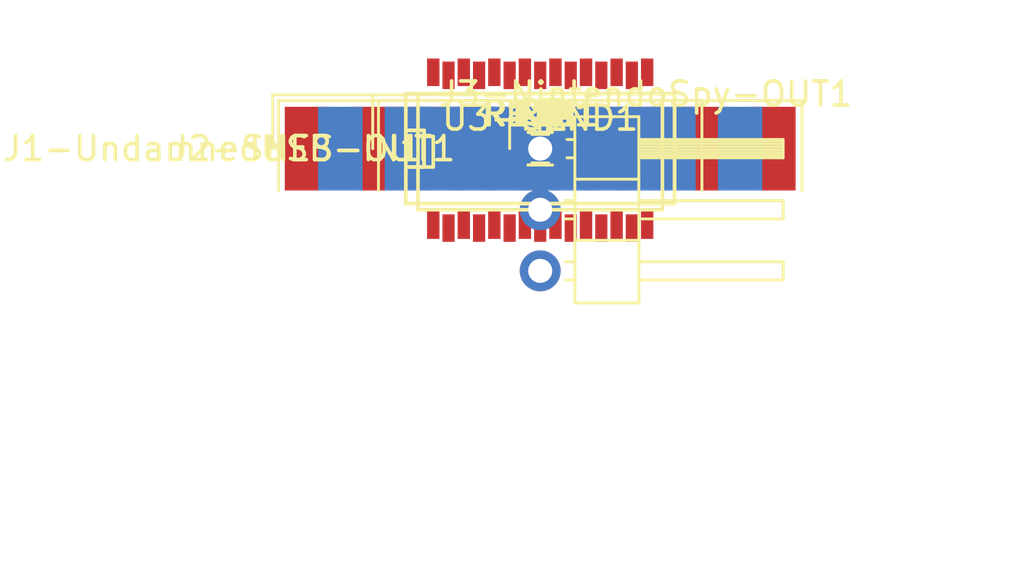
<source format=kicad_pcb>
(kicad_pcb (version 4) (host pcbnew 4.0.7)

  (general
    (links 78)
    (no_connects 53)
    (area 0 0 0 0)
    (thickness 1.6)
    (drawings 0)
    (tracks 0)
    (zones 0)
    (modules 26)
    (nets 36)
  )

  (page A4)
  (title_block
    (title "USB SNES")
    (rev 3.0)
    (company "Seth N. Hetu")
  )

  (layers
    (0 F.Cu signal)
    (31 B.Cu signal)
    (32 B.Adhes user)
    (33 F.Adhes user)
    (34 B.Paste user)
    (35 F.Paste user)
    (36 B.SilkS user)
    (37 F.SilkS user)
    (38 B.Mask user)
    (39 F.Mask user)
    (40 Dwgs.User user)
    (41 Cmts.User user)
    (42 Eco1.User user)
    (43 Eco2.User user)
    (44 Edge.Cuts user)
    (45 Margin user)
    (46 B.CrtYd user)
    (47 F.CrtYd user)
    (48 B.Fab user)
    (49 F.Fab user)
  )

  (setup
    (last_trace_width 0.25)
    (trace_clearance 0.25)
    (zone_clearance 0.508)
    (zone_45_only no)
    (trace_min 0.25)
    (segment_width 0.2)
    (edge_width 0.15)
    (via_size 0.6)
    (via_drill 0.4)
    (via_min_size 0.4)
    (via_min_drill 0.3)
    (uvia_size 0.3)
    (uvia_drill 0.1)
    (uvias_allowed no)
    (uvia_min_size 0.2)
    (uvia_min_drill 0.1)
    (pcb_text_width 0.3)
    (pcb_text_size 1.5 1.5)
    (mod_edge_width 0.15)
    (mod_text_size 1 1)
    (mod_text_width 0.15)
    (pad_size 1.524 1.524)
    (pad_drill 0.762)
    (pad_to_mask_clearance 0.2)
    (aux_axis_origin 0 0)
    (visible_elements FFFFFF7F)
    (pcbplotparams
      (layerselection 0x00030_80000001)
      (usegerberextensions false)
      (excludeedgelayer true)
      (linewidth 0.100000)
      (plotframeref false)
      (viasonmask false)
      (mode 1)
      (useauxorigin false)
      (hpglpennumber 1)
      (hpglpenspeed 20)
      (hpglpendiameter 15)
      (hpglpenoverlay 2)
      (psnegative false)
      (psa4output false)
      (plotreference true)
      (plotvalue true)
      (plotinvisibletext false)
      (padsonsilk false)
      (subtractmaskfromsilk false)
      (outputformat 1)
      (mirror false)
      (drillshape 1)
      (scaleselection 1)
      (outputdirectory ""))
  )

  (net 0 "")
  (net 1 GND)
  (net 2 +5V)
  (net 3 /K3)
  (net 4 /Select)
  (net 5 /K1)
  (net 6 /P2)
  (net 7 /Right)
  (net 8 /Down)
  (net 9 /P4)
  (net 10 /K2)
  (net 11 /Start)
  (net 12 /P3)
  (net 13 /P1)
  (net 14 /Left)
  (net 15 /Up)
  (net 16 /CLOCK)
  (net 17 /LATCH)
  (net 18 /DATA)
  (net 19 "Net-(J2-SNES-OUT1-Pad6)")
  (net 20 "Net-(J2-SNES-OUT1-Pad7)")
  (net 21 "Net-(J2-SNES-OUT1-Pad8)")
  (net 22 "Net-(J2-SNES-OUT1-Pad9)")
  (net 23 "Net-(J3-NintendoSpy-OUT1-Pad1)")
  (net 24 "Net-(J3-NintendoSpy-OUT1-Pad2)")
  (net 25 "Net-(J3-NintendoSpy-OUT1-Pad3)")
  (net 26 "Net-(R9-Pad1)")
  (net 27 /NXT)
  (net 28 "Net-(U1-Pad7)")
  (net 29 /~LATCH)
  (net 30 "Net-(U2-Pad7)")
  (net 31 /K3/P4)
  (net 32 /~K3/P4)
  (net 33 "Net-(U3-NAND1-Pad11)")
  (net 34 "Net-(U3-NAND1-Pad12)")
  (net 35 "Net-(U3-NAND1-Pad13)")

  (net_class Default "This is the default net class."
    (clearance 0.25)
    (trace_width 0.25)
    (via_dia 0.6)
    (via_drill 0.4)
    (uvia_dia 0.3)
    (uvia_drill 0.1)
    (add_net +5V)
    (add_net /CLOCK)
    (add_net /DATA)
    (add_net /Down)
    (add_net /K1)
    (add_net /K2)
    (add_net /K3)
    (add_net /K3/P4)
    (add_net /LATCH)
    (add_net /Left)
    (add_net /NXT)
    (add_net /P1)
    (add_net /P2)
    (add_net /P3)
    (add_net /P4)
    (add_net /Right)
    (add_net /Select)
    (add_net /Start)
    (add_net /Up)
    (add_net /~K3/P4)
    (add_net /~LATCH)
    (add_net GND)
    (add_net "Net-(J2-SNES-OUT1-Pad6)")
    (add_net "Net-(J2-SNES-OUT1-Pad7)")
    (add_net "Net-(J2-SNES-OUT1-Pad8)")
    (add_net "Net-(J2-SNES-OUT1-Pad9)")
    (add_net "Net-(J3-NintendoSpy-OUT1-Pad1)")
    (add_net "Net-(J3-NintendoSpy-OUT1-Pad2)")
    (add_net "Net-(J3-NintendoSpy-OUT1-Pad3)")
    (add_net "Net-(R9-Pad1)")
    (add_net "Net-(U1-Pad7)")
    (add_net "Net-(U2-Pad7)")
    (add_net "Net-(U3-NAND1-Pad11)")
    (add_net "Net-(U3-NAND1-Pad12)")
    (add_net "Net-(U3-NAND1-Pad13)")
  )

  (module Capacitors_SMD:C_0603 (layer F.Cu) (tedit 59958EE7) (tstamp 5B47B2FE)
    (at 148.5011 105.0036)
    (descr "Capacitor SMD 0603, reflow soldering, AVX (see smccp.pdf)")
    (tags "capacitor 0603")
    (path /5B452026)
    (attr smd)
    (fp_text reference C1 (at 0 -1.5) (layer F.SilkS)
      (effects (font (size 1 1) (thickness 0.15)))
    )
    (fp_text value "0.1 μ" (at 0 1.5) (layer F.Fab)
      (effects (font (size 1 1) (thickness 0.15)))
    )
    (fp_line (start 1.4 0.65) (end -1.4 0.65) (layer F.CrtYd) (width 0.05))
    (fp_line (start 1.4 0.65) (end 1.4 -0.65) (layer F.CrtYd) (width 0.05))
    (fp_line (start -1.4 -0.65) (end -1.4 0.65) (layer F.CrtYd) (width 0.05))
    (fp_line (start -1.4 -0.65) (end 1.4 -0.65) (layer F.CrtYd) (width 0.05))
    (fp_line (start 0.35 0.6) (end -0.35 0.6) (layer F.SilkS) (width 0.12))
    (fp_line (start -0.35 -0.6) (end 0.35 -0.6) (layer F.SilkS) (width 0.12))
    (fp_line (start -0.8 -0.4) (end 0.8 -0.4) (layer F.Fab) (width 0.1))
    (fp_line (start 0.8 -0.4) (end 0.8 0.4) (layer F.Fab) (width 0.1))
    (fp_line (start 0.8 0.4) (end -0.8 0.4) (layer F.Fab) (width 0.1))
    (fp_line (start -0.8 0.4) (end -0.8 -0.4) (layer F.Fab) (width 0.1))
    (fp_text user %R (at 0 0) (layer F.Fab)
      (effects (font (size 0.3 0.3) (thickness 0.075)))
    )
    (pad 2 smd rect (at 0.75 0) (size 0.8 0.75) (layers F.Cu F.Paste F.Mask)
      (net 1 GND))
    (pad 1 smd rect (at -0.75 0) (size 0.8 0.75) (layers F.Cu F.Paste F.Mask)
      (net 2 +5V))
    (model Capacitors_SMD.3dshapes/C_0603.wrl
      (at (xyz 0 0 0))
      (scale (xyz 1 1 1))
      (rotate (xyz 0 0 0))
    )
  )

  (module Capacitors_SMD:C_0603 (layer F.Cu) (tedit 59958EE7) (tstamp 5B47B30F)
    (at 148.5011 105.0036)
    (descr "Capacitor SMD 0603, reflow soldering, AVX (see smccp.pdf)")
    (tags "capacitor 0603")
    (path /5B452E18)
    (attr smd)
    (fp_text reference C2 (at 0 -1.5) (layer F.SilkS)
      (effects (font (size 1 1) (thickness 0.15)))
    )
    (fp_text value "0.1 μ" (at 0 1.5) (layer F.Fab)
      (effects (font (size 1 1) (thickness 0.15)))
    )
    (fp_line (start 1.4 0.65) (end -1.4 0.65) (layer F.CrtYd) (width 0.05))
    (fp_line (start 1.4 0.65) (end 1.4 -0.65) (layer F.CrtYd) (width 0.05))
    (fp_line (start -1.4 -0.65) (end -1.4 0.65) (layer F.CrtYd) (width 0.05))
    (fp_line (start -1.4 -0.65) (end 1.4 -0.65) (layer F.CrtYd) (width 0.05))
    (fp_line (start 0.35 0.6) (end -0.35 0.6) (layer F.SilkS) (width 0.12))
    (fp_line (start -0.35 -0.6) (end 0.35 -0.6) (layer F.SilkS) (width 0.12))
    (fp_line (start -0.8 -0.4) (end 0.8 -0.4) (layer F.Fab) (width 0.1))
    (fp_line (start 0.8 -0.4) (end 0.8 0.4) (layer F.Fab) (width 0.1))
    (fp_line (start 0.8 0.4) (end -0.8 0.4) (layer F.Fab) (width 0.1))
    (fp_line (start -0.8 0.4) (end -0.8 -0.4) (layer F.Fab) (width 0.1))
    (fp_text user %R (at 0 0) (layer F.Fab)
      (effects (font (size 0.3 0.3) (thickness 0.075)))
    )
    (pad 2 smd rect (at 0.75 0) (size 0.8 0.75) (layers F.Cu F.Paste F.Mask)
      (net 1 GND))
    (pad 1 smd rect (at -0.75 0) (size 0.8 0.75) (layers F.Cu F.Paste F.Mask)
      (net 2 +5V))
    (model Capacitors_SMD.3dshapes/C_0603.wrl
      (at (xyz 0 0 0))
      (scale (xyz 1 1 1))
      (rotate (xyz 0 0 0))
    )
  )

  (module Capacitors_SMD:C_0603 (layer F.Cu) (tedit 59958EE7) (tstamp 5B47B320)
    (at 148.5011 105.0036)
    (descr "Capacitor SMD 0603, reflow soldering, AVX (see smccp.pdf)")
    (tags "capacitor 0603")
    (path /5B452FCE)
    (attr smd)
    (fp_text reference C3 (at 0 -1.5) (layer F.SilkS)
      (effects (font (size 1 1) (thickness 0.15)))
    )
    (fp_text value "0.1 μ" (at 0 1.5) (layer F.Fab)
      (effects (font (size 1 1) (thickness 0.15)))
    )
    (fp_line (start 1.4 0.65) (end -1.4 0.65) (layer F.CrtYd) (width 0.05))
    (fp_line (start 1.4 0.65) (end 1.4 -0.65) (layer F.CrtYd) (width 0.05))
    (fp_line (start -1.4 -0.65) (end -1.4 0.65) (layer F.CrtYd) (width 0.05))
    (fp_line (start -1.4 -0.65) (end 1.4 -0.65) (layer F.CrtYd) (width 0.05))
    (fp_line (start 0.35 0.6) (end -0.35 0.6) (layer F.SilkS) (width 0.12))
    (fp_line (start -0.35 -0.6) (end 0.35 -0.6) (layer F.SilkS) (width 0.12))
    (fp_line (start -0.8 -0.4) (end 0.8 -0.4) (layer F.Fab) (width 0.1))
    (fp_line (start 0.8 -0.4) (end 0.8 0.4) (layer F.Fab) (width 0.1))
    (fp_line (start 0.8 0.4) (end -0.8 0.4) (layer F.Fab) (width 0.1))
    (fp_line (start -0.8 0.4) (end -0.8 -0.4) (layer F.Fab) (width 0.1))
    (fp_text user %R (at 0 0) (layer F.Fab)
      (effects (font (size 0.3 0.3) (thickness 0.075)))
    )
    (pad 2 smd rect (at 0.75 0) (size 0.8 0.75) (layers F.Cu F.Paste F.Mask)
      (net 1 GND))
    (pad 1 smd rect (at -0.75 0) (size 0.8 0.75) (layers F.Cu F.Paste F.Mask)
      (net 2 +5V))
    (model Capacitors_SMD.3dshapes/C_0603.wrl
      (at (xyz 0 0 0))
      (scale (xyz 1 1 1))
      (rotate (xyz 0 0 0))
    )
  )

  (module DSUB:DSUB-15_Male_EdgeMount_Pitch2.77mm (layer F.Cu) (tedit 59F2C3AB) (tstamp 5B47B39B)
    (at 148.5011 105.0036)
    (descr "15-pin D-Sub connector, solder-cups edge-mounted, male, x-pin-pitch 2.77mm, distance of mounting holes 33.3mm, see https://disti-assets.s3.amazonaws.com/tonar/files/datasheets/16730.pdf")
    (tags "15-pin D-Sub connector edge mount solder cup male x-pin-pitch 2.77mm mounting holes distance 33.3mm")
    (path /5B43FD8B)
    (attr smd)
    (fp_text reference J1-UndamnedUSB-IN1 (at -13.618333 0) (layer F.SilkS)
      (effects (font (size 1 1) (thickness 0.15)))
    )
    (fp_text value DB15_Male (at 0 16.69) (layer F.Fab)
      (effects (font (size 1 1) (thickness 0.15)))
    )
    (fp_line (start -10.295 -0.91) (end -10.295 1.99) (layer F.Fab) (width 0.1))
    (fp_line (start -10.295 1.99) (end -9.095 1.99) (layer F.Fab) (width 0.1))
    (fp_line (start -9.095 1.99) (end -9.095 -0.91) (layer F.Fab) (width 0.1))
    (fp_line (start -9.095 -0.91) (end -10.295 -0.91) (layer F.Fab) (width 0.1))
    (fp_line (start -7.525 -0.91) (end -7.525 1.99) (layer F.Fab) (width 0.1))
    (fp_line (start -7.525 1.99) (end -6.325 1.99) (layer F.Fab) (width 0.1))
    (fp_line (start -6.325 1.99) (end -6.325 -0.91) (layer F.Fab) (width 0.1))
    (fp_line (start -6.325 -0.91) (end -7.525 -0.91) (layer F.Fab) (width 0.1))
    (fp_line (start -4.755 -0.91) (end -4.755 1.99) (layer F.Fab) (width 0.1))
    (fp_line (start -4.755 1.99) (end -3.555 1.99) (layer F.Fab) (width 0.1))
    (fp_line (start -3.555 1.99) (end -3.555 -0.91) (layer F.Fab) (width 0.1))
    (fp_line (start -3.555 -0.91) (end -4.755 -0.91) (layer F.Fab) (width 0.1))
    (fp_line (start -1.985 -0.91) (end -1.985 1.99) (layer F.Fab) (width 0.1))
    (fp_line (start -1.985 1.99) (end -0.785 1.99) (layer F.Fab) (width 0.1))
    (fp_line (start -0.785 1.99) (end -0.785 -0.91) (layer F.Fab) (width 0.1))
    (fp_line (start -0.785 -0.91) (end -1.985 -0.91) (layer F.Fab) (width 0.1))
    (fp_line (start 0.785 -0.91) (end 0.785 1.99) (layer F.Fab) (width 0.1))
    (fp_line (start 0.785 1.99) (end 1.985 1.99) (layer F.Fab) (width 0.1))
    (fp_line (start 1.985 1.99) (end 1.985 -0.91) (layer F.Fab) (width 0.1))
    (fp_line (start 1.985 -0.91) (end 0.785 -0.91) (layer F.Fab) (width 0.1))
    (fp_line (start 3.555 -0.91) (end 3.555 1.99) (layer F.Fab) (width 0.1))
    (fp_line (start 3.555 1.99) (end 4.755 1.99) (layer F.Fab) (width 0.1))
    (fp_line (start 4.755 1.99) (end 4.755 -0.91) (layer F.Fab) (width 0.1))
    (fp_line (start 4.755 -0.91) (end 3.555 -0.91) (layer F.Fab) (width 0.1))
    (fp_line (start 6.325 -0.91) (end 6.325 1.99) (layer F.Fab) (width 0.1))
    (fp_line (start 6.325 1.99) (end 7.525 1.99) (layer F.Fab) (width 0.1))
    (fp_line (start 7.525 1.99) (end 7.525 -0.91) (layer F.Fab) (width 0.1))
    (fp_line (start 7.525 -0.91) (end 6.325 -0.91) (layer F.Fab) (width 0.1))
    (fp_line (start 9.095 -0.91) (end 9.095 1.99) (layer F.Fab) (width 0.1))
    (fp_line (start 9.095 1.99) (end 10.295 1.99) (layer F.Fab) (width 0.1))
    (fp_line (start 10.295 1.99) (end 10.295 -0.91) (layer F.Fab) (width 0.1))
    (fp_line (start 10.295 -0.91) (end 9.095 -0.91) (layer F.Fab) (width 0.1))
    (fp_line (start -8.91 -0.91) (end -8.91 1.99) (layer B.Fab) (width 0.1))
    (fp_line (start -8.91 1.99) (end -7.71 1.99) (layer B.Fab) (width 0.1))
    (fp_line (start -7.71 1.99) (end -7.71 -0.91) (layer B.Fab) (width 0.1))
    (fp_line (start -7.71 -0.91) (end -8.91 -0.91) (layer B.Fab) (width 0.1))
    (fp_line (start -6.14 -0.91) (end -6.14 1.99) (layer B.Fab) (width 0.1))
    (fp_line (start -6.14 1.99) (end -4.94 1.99) (layer B.Fab) (width 0.1))
    (fp_line (start -4.94 1.99) (end -4.94 -0.91) (layer B.Fab) (width 0.1))
    (fp_line (start -4.94 -0.91) (end -6.14 -0.91) (layer B.Fab) (width 0.1))
    (fp_line (start -3.37 -0.91) (end -3.37 1.99) (layer B.Fab) (width 0.1))
    (fp_line (start -3.37 1.99) (end -2.17 1.99) (layer B.Fab) (width 0.1))
    (fp_line (start -2.17 1.99) (end -2.17 -0.91) (layer B.Fab) (width 0.1))
    (fp_line (start -2.17 -0.91) (end -3.37 -0.91) (layer B.Fab) (width 0.1))
    (fp_line (start -0.6 -0.91) (end -0.6 1.99) (layer B.Fab) (width 0.1))
    (fp_line (start -0.6 1.99) (end 0.6 1.99) (layer B.Fab) (width 0.1))
    (fp_line (start 0.6 1.99) (end 0.6 -0.91) (layer B.Fab) (width 0.1))
    (fp_line (start 0.6 -0.91) (end -0.6 -0.91) (layer B.Fab) (width 0.1))
    (fp_line (start 2.17 -0.91) (end 2.17 1.99) (layer B.Fab) (width 0.1))
    (fp_line (start 2.17 1.99) (end 3.37 1.99) (layer B.Fab) (width 0.1))
    (fp_line (start 3.37 1.99) (end 3.37 -0.91) (layer B.Fab) (width 0.1))
    (fp_line (start 3.37 -0.91) (end 2.17 -0.91) (layer B.Fab) (width 0.1))
    (fp_line (start 4.94 -0.91) (end 4.94 1.99) (layer B.Fab) (width 0.1))
    (fp_line (start 4.94 1.99) (end 6.14 1.99) (layer B.Fab) (width 0.1))
    (fp_line (start 6.14 1.99) (end 6.14 -0.91) (layer B.Fab) (width 0.1))
    (fp_line (start 6.14 -0.91) (end 4.94 -0.91) (layer B.Fab) (width 0.1))
    (fp_line (start 7.71 -0.91) (end 7.71 1.99) (layer B.Fab) (width 0.1))
    (fp_line (start 7.71 1.99) (end 8.91 1.99) (layer B.Fab) (width 0.1))
    (fp_line (start 8.91 1.99) (end 8.91 -0.91) (layer B.Fab) (width 0.1))
    (fp_line (start 8.91 -0.91) (end 7.71 -0.91) (layer B.Fab) (width 0.1))
    (fp_line (start -11.7 1.99) (end -11.7 4.79) (layer F.Fab) (width 0.1))
    (fp_line (start -11.7 4.79) (end 11.7 4.79) (layer F.Fab) (width 0.1))
    (fp_line (start 11.7 4.79) (end 11.7 1.99) (layer F.Fab) (width 0.1))
    (fp_line (start 11.7 1.99) (end -11.7 1.99) (layer F.Fab) (width 0.1))
    (fp_line (start -12.7 4.79) (end -12.7 9.29) (layer F.Fab) (width 0.1))
    (fp_line (start -12.7 9.29) (end 12.7 9.29) (layer F.Fab) (width 0.1))
    (fp_line (start 12.7 9.29) (end 12.7 4.79) (layer F.Fab) (width 0.1))
    (fp_line (start 12.7 4.79) (end -12.7 4.79) (layer F.Fab) (width 0.1))
    (fp_line (start -19.6 9.29) (end -19.6 9.69) (layer F.Fab) (width 0.1))
    (fp_line (start -19.6 9.69) (end 19.6 9.69) (layer F.Fab) (width 0.1))
    (fp_line (start 19.6 9.69) (end 19.6 9.29) (layer F.Fab) (width 0.1))
    (fp_line (start 19.6 9.29) (end -19.6 9.29) (layer F.Fab) (width 0.1))
    (fp_line (start -12.3 9.69) (end -12.3 15.69) (layer F.Fab) (width 0.1))
    (fp_line (start -12.3 15.69) (end 12.3 15.69) (layer F.Fab) (width 0.1))
    (fp_line (start 12.3 15.69) (end 12.3 9.69) (layer F.Fab) (width 0.1))
    (fp_line (start 12.3 9.69) (end -12.3 9.69) (layer F.Fab) (width 0.1))
    (fp_line (start -11.15 -2.25) (end 11.15 -2.25) (layer F.CrtYd) (width 0.05))
    (fp_line (start 11.15 -2.25) (end 11.15 1.5) (layer F.CrtYd) (width 0.05))
    (fp_line (start 11.15 1.5) (end 12.2 1.5) (layer F.CrtYd) (width 0.05))
    (fp_line (start 12.2 1.5) (end 12.2 4.3) (layer F.CrtYd) (width 0.05))
    (fp_line (start 12.2 4.3) (end 13.2 4.3) (layer F.CrtYd) (width 0.05))
    (fp_line (start 13.2 4.3) (end 13.2 8.8) (layer F.CrtYd) (width 0.05))
    (fp_line (start 13.2 8.8) (end 20.1 8.8) (layer F.CrtYd) (width 0.05))
    (fp_line (start 20.1 8.8) (end 20.1 10.2) (layer F.CrtYd) (width 0.05))
    (fp_line (start 20.1 10.2) (end 12.8 10.2) (layer F.CrtYd) (width 0.05))
    (fp_line (start 12.8 10.2) (end 12.8 16.2) (layer F.CrtYd) (width 0.05))
    (fp_line (start 12.8 16.2) (end -12.8 16.2) (layer F.CrtYd) (width 0.05))
    (fp_line (start -12.8 16.2) (end -12.8 10.2) (layer F.CrtYd) (width 0.05))
    (fp_line (start -12.8 10.2) (end -20.1 10.2) (layer F.CrtYd) (width 0.05))
    (fp_line (start -20.1 10.2) (end -20.1 8.8) (layer F.CrtYd) (width 0.05))
    (fp_line (start -20.1 8.8) (end -13.2 8.8) (layer F.CrtYd) (width 0.05))
    (fp_line (start -13.2 8.8) (end -13.2 4.3) (layer F.CrtYd) (width 0.05))
    (fp_line (start -13.2 4.3) (end -12.2 4.3) (layer F.CrtYd) (width 0.05))
    (fp_line (start -12.2 4.3) (end -12.2 1.5) (layer F.CrtYd) (width 0.05))
    (fp_line (start -12.2 1.5) (end -11.15 1.5) (layer F.CrtYd) (width 0.05))
    (fp_line (start -11.15 1.5) (end -11.15 -2.25) (layer F.CrtYd) (width 0.05))
    (fp_line (start 10.878333 1.74) (end 10.878333 -2) (layer F.SilkS) (width 0.12))
    (fp_line (start 10.878333 -2) (end -10.878333 -2) (layer F.SilkS) (width 0.12))
    (fp_line (start -10.878333 -2) (end -10.878333 1.74) (layer F.SilkS) (width 0.12))
    (fp_line (start -11.118333 0) (end -11.118333 -2.24) (layer F.SilkS) (width 0.12))
    (fp_line (start -11.118333 -2.24) (end -6.925 -2.24) (layer F.SilkS) (width 0.12))
    (fp_line (start -19.6 1.99) (end 19.6 1.99) (layer Dwgs.User) (width 0.05))
    (fp_text user %R (at 0 3.39) (layer F.Fab)
      (effects (font (size 1 1) (thickness 0.15)))
    )
    (fp_text user "PCB edge" (at -14.6 1.323333) (layer Dwgs.User)
      (effects (font (size 0.5 0.5) (thickness 0.075)))
    )
    (pad 1 smd rect (at -9.695 0) (size 1.846667 3.48) (layers F.Cu F.Paste F.Mask)
      (net 1 GND))
    (pad 2 smd rect (at -6.925 0) (size 1.846667 3.48) (layers F.Cu F.Paste F.Mask)
      (net 3 /K3))
    (pad 3 smd rect (at -4.155 0) (size 1.846667 3.48) (layers F.Cu F.Paste F.Mask)
      (net 4 /Select))
    (pad 4 smd rect (at -1.385 0) (size 1.846667 3.48) (layers F.Cu F.Paste F.Mask)
      (net 5 /K1))
    (pad 5 smd rect (at 1.385 0) (size 1.846667 3.48) (layers F.Cu F.Paste F.Mask)
      (net 6 /P2))
    (pad 6 smd rect (at 4.155 0) (size 1.846667 3.48) (layers F.Cu F.Paste F.Mask)
      (net 7 /Right))
    (pad 7 smd rect (at 6.925 0) (size 1.846667 3.48) (layers F.Cu F.Paste F.Mask)
      (net 8 /Down))
    (pad 8 smd rect (at 9.695 0) (size 1.846667 3.48) (layers F.Cu F.Paste F.Mask)
      (net 2 +5V))
    (pad 9 smd rect (at -8.31 0) (size 1.846667 3.48) (layers B.Cu B.Paste B.Mask)
      (net 9 /P4))
    (pad 10 smd rect (at -5.54 0) (size 1.846667 3.48) (layers B.Cu B.Paste B.Mask)
      (net 10 /K2))
    (pad 11 smd rect (at -2.77 0) (size 1.846667 3.48) (layers B.Cu B.Paste B.Mask)
      (net 11 /Start))
    (pad 12 smd rect (at 0 0) (size 1.846667 3.48) (layers B.Cu B.Paste B.Mask)
      (net 12 /P3))
    (pad 13 smd rect (at 2.77 0) (size 1.846667 3.48) (layers B.Cu B.Paste B.Mask)
      (net 13 /P1))
    (pad 14 smd rect (at 5.54 0) (size 1.846667 3.48) (layers B.Cu B.Paste B.Mask)
      (net 14 /Left))
    (pad 15 smd rect (at 8.31 0) (size 1.846667 3.48) (layers B.Cu B.Paste B.Mask)
      (net 15 /Up))
    (model ${KISYS3DMOD}/Connectors_DSub.3dshapes/DSUB-15_Male_EdgeMount_Pitch2.77mm.wrl
      (at (xyz 0 0 0))
      (scale (xyz 1 1 1))
      (rotate (xyz 0 0 0))
    )
  )

  (module DSUB:DSUB-9_Male_EdgeMount_Pitch2.77mm (layer F.Cu) (tedit 59F2C3AB) (tstamp 5B47B3F8)
    (at 148.5011 105.0036)
    (descr "9-pin D-Sub connector, solder-cups edge-mounted, male, x-pin-pitch 2.77mm, distance of mounting holes 25mm, see https://disti-assets.s3.amazonaws.com/tonar/files/datasheets/16730.pdf")
    (tags "9-pin D-Sub connector edge mount solder cup male x-pin-pitch 2.77mm mounting holes distance 25mm")
    (path /5B44A225)
    (attr smd)
    (fp_text reference J2-SNES-OUT1 (at -9.463333 0) (layer F.SilkS)
      (effects (font (size 1 1) (thickness 0.15)))
    )
    (fp_text value DB9_Female (at 0 16.69) (layer F.Fab)
      (effects (font (size 1 1) (thickness 0.15)))
    )
    (fp_line (start -6.14 -0.91) (end -6.14 1.99) (layer F.Fab) (width 0.1))
    (fp_line (start -6.14 1.99) (end -4.94 1.99) (layer F.Fab) (width 0.1))
    (fp_line (start -4.94 1.99) (end -4.94 -0.91) (layer F.Fab) (width 0.1))
    (fp_line (start -4.94 -0.91) (end -6.14 -0.91) (layer F.Fab) (width 0.1))
    (fp_line (start -3.37 -0.91) (end -3.37 1.99) (layer F.Fab) (width 0.1))
    (fp_line (start -3.37 1.99) (end -2.17 1.99) (layer F.Fab) (width 0.1))
    (fp_line (start -2.17 1.99) (end -2.17 -0.91) (layer F.Fab) (width 0.1))
    (fp_line (start -2.17 -0.91) (end -3.37 -0.91) (layer F.Fab) (width 0.1))
    (fp_line (start -0.6 -0.91) (end -0.6 1.99) (layer F.Fab) (width 0.1))
    (fp_line (start -0.6 1.99) (end 0.6 1.99) (layer F.Fab) (width 0.1))
    (fp_line (start 0.6 1.99) (end 0.6 -0.91) (layer F.Fab) (width 0.1))
    (fp_line (start 0.6 -0.91) (end -0.6 -0.91) (layer F.Fab) (width 0.1))
    (fp_line (start 2.17 -0.91) (end 2.17 1.99) (layer F.Fab) (width 0.1))
    (fp_line (start 2.17 1.99) (end 3.37 1.99) (layer F.Fab) (width 0.1))
    (fp_line (start 3.37 1.99) (end 3.37 -0.91) (layer F.Fab) (width 0.1))
    (fp_line (start 3.37 -0.91) (end 2.17 -0.91) (layer F.Fab) (width 0.1))
    (fp_line (start 4.94 -0.91) (end 4.94 1.99) (layer F.Fab) (width 0.1))
    (fp_line (start 4.94 1.99) (end 6.14 1.99) (layer F.Fab) (width 0.1))
    (fp_line (start 6.14 1.99) (end 6.14 -0.91) (layer F.Fab) (width 0.1))
    (fp_line (start 6.14 -0.91) (end 4.94 -0.91) (layer F.Fab) (width 0.1))
    (fp_line (start -4.755 -0.91) (end -4.755 1.99) (layer B.Fab) (width 0.1))
    (fp_line (start -4.755 1.99) (end -3.555 1.99) (layer B.Fab) (width 0.1))
    (fp_line (start -3.555 1.99) (end -3.555 -0.91) (layer B.Fab) (width 0.1))
    (fp_line (start -3.555 -0.91) (end -4.755 -0.91) (layer B.Fab) (width 0.1))
    (fp_line (start -1.985 -0.91) (end -1.985 1.99) (layer B.Fab) (width 0.1))
    (fp_line (start -1.985 1.99) (end -0.785 1.99) (layer B.Fab) (width 0.1))
    (fp_line (start -0.785 1.99) (end -0.785 -0.91) (layer B.Fab) (width 0.1))
    (fp_line (start -0.785 -0.91) (end -1.985 -0.91) (layer B.Fab) (width 0.1))
    (fp_line (start 0.785 -0.91) (end 0.785 1.99) (layer B.Fab) (width 0.1))
    (fp_line (start 0.785 1.99) (end 1.985 1.99) (layer B.Fab) (width 0.1))
    (fp_line (start 1.985 1.99) (end 1.985 -0.91) (layer B.Fab) (width 0.1))
    (fp_line (start 1.985 -0.91) (end 0.785 -0.91) (layer B.Fab) (width 0.1))
    (fp_line (start 3.555 -0.91) (end 3.555 1.99) (layer B.Fab) (width 0.1))
    (fp_line (start 3.555 1.99) (end 4.755 1.99) (layer B.Fab) (width 0.1))
    (fp_line (start 4.755 1.99) (end 4.755 -0.91) (layer B.Fab) (width 0.1))
    (fp_line (start 4.755 -0.91) (end 3.555 -0.91) (layer B.Fab) (width 0.1))
    (fp_line (start -7.55 1.99) (end -7.55 4.79) (layer F.Fab) (width 0.1))
    (fp_line (start -7.55 4.79) (end 7.55 4.79) (layer F.Fab) (width 0.1))
    (fp_line (start 7.55 4.79) (end 7.55 1.99) (layer F.Fab) (width 0.1))
    (fp_line (start 7.55 1.99) (end -7.55 1.99) (layer F.Fab) (width 0.1))
    (fp_line (start -8.55 4.79) (end -8.55 9.29) (layer F.Fab) (width 0.1))
    (fp_line (start -8.55 9.29) (end 8.55 9.29) (layer F.Fab) (width 0.1))
    (fp_line (start 8.55 9.29) (end 8.55 4.79) (layer F.Fab) (width 0.1))
    (fp_line (start 8.55 4.79) (end -8.55 4.79) (layer F.Fab) (width 0.1))
    (fp_line (start -15.425 9.29) (end -15.425 9.69) (layer F.Fab) (width 0.1))
    (fp_line (start -15.425 9.69) (end 15.425 9.69) (layer F.Fab) (width 0.1))
    (fp_line (start 15.425 9.69) (end 15.425 9.29) (layer F.Fab) (width 0.1))
    (fp_line (start 15.425 9.29) (end -15.425 9.29) (layer F.Fab) (width 0.1))
    (fp_line (start -8.15 9.69) (end -8.15 15.69) (layer F.Fab) (width 0.1))
    (fp_line (start -8.15 15.69) (end 8.15 15.69) (layer F.Fab) (width 0.1))
    (fp_line (start 8.15 15.69) (end 8.15 9.69) (layer F.Fab) (width 0.1))
    (fp_line (start 8.15 9.69) (end -8.15 9.69) (layer F.Fab) (width 0.1))
    (fp_line (start -7 -2.25) (end 7 -2.25) (layer F.CrtYd) (width 0.05))
    (fp_line (start 7 -2.25) (end 7 1.5) (layer F.CrtYd) (width 0.05))
    (fp_line (start 7 1.5) (end 8.05 1.5) (layer F.CrtYd) (width 0.05))
    (fp_line (start 8.05 1.5) (end 8.05 4.3) (layer F.CrtYd) (width 0.05))
    (fp_line (start 8.05 4.3) (end 9.05 4.3) (layer F.CrtYd) (width 0.05))
    (fp_line (start 9.05 4.3) (end 9.05 8.8) (layer F.CrtYd) (width 0.05))
    (fp_line (start 9.05 8.8) (end 15.95 8.8) (layer F.CrtYd) (width 0.05))
    (fp_line (start 15.95 8.8) (end 15.95 10.2) (layer F.CrtYd) (width 0.05))
    (fp_line (start 15.95 10.2) (end 8.65 10.2) (layer F.CrtYd) (width 0.05))
    (fp_line (start 8.65 10.2) (end 8.65 16.2) (layer F.CrtYd) (width 0.05))
    (fp_line (start 8.65 16.2) (end -8.65 16.2) (layer F.CrtYd) (width 0.05))
    (fp_line (start -8.65 16.2) (end -8.65 10.2) (layer F.CrtYd) (width 0.05))
    (fp_line (start -8.65 10.2) (end -15.95 10.2) (layer F.CrtYd) (width 0.05))
    (fp_line (start -15.95 10.2) (end -15.95 8.8) (layer F.CrtYd) (width 0.05))
    (fp_line (start -15.95 8.8) (end -9.05 8.8) (layer F.CrtYd) (width 0.05))
    (fp_line (start -9.05 8.8) (end -9.05 4.3) (layer F.CrtYd) (width 0.05))
    (fp_line (start -9.05 4.3) (end -8.05 4.3) (layer F.CrtYd) (width 0.05))
    (fp_line (start -8.05 4.3) (end -8.05 1.5) (layer F.CrtYd) (width 0.05))
    (fp_line (start -8.05 1.5) (end -7 1.5) (layer F.CrtYd) (width 0.05))
    (fp_line (start -7 1.5) (end -7 -2.25) (layer F.CrtYd) (width 0.05))
    (fp_line (start 6.723333 1.74) (end 6.723333 -2) (layer F.SilkS) (width 0.12))
    (fp_line (start 6.723333 -2) (end -6.723333 -2) (layer F.SilkS) (width 0.12))
    (fp_line (start -6.723333 -2) (end -6.723333 1.74) (layer F.SilkS) (width 0.12))
    (fp_line (start -6.963333 0) (end -6.963333 -2.24) (layer F.SilkS) (width 0.12))
    (fp_line (start -6.963333 -2.24) (end -2.77 -2.24) (layer F.SilkS) (width 0.12))
    (fp_line (start -15.425 1.99) (end 15.425 1.99) (layer Dwgs.User) (width 0.05))
    (fp_text user %R (at 0 3.39) (layer F.Fab)
      (effects (font (size 1 1) (thickness 0.15)))
    )
    (fp_text user "PCB edge" (at -10.425 1.323333) (layer Dwgs.User)
      (effects (font (size 0.5 0.5) (thickness 0.075)))
    )
    (pad 1 smd rect (at -5.54 0) (size 1.846667 3.48) (layers F.Cu F.Paste F.Mask)
      (net 1 GND))
    (pad 2 smd rect (at -2.77 0) (size 1.846667 3.48) (layers F.Cu F.Paste F.Mask)
      (net 16 /CLOCK))
    (pad 3 smd rect (at 0 0) (size 1.846667 3.48) (layers F.Cu F.Paste F.Mask)
      (net 17 /LATCH))
    (pad 4 smd rect (at 2.77 0) (size 1.846667 3.48) (layers F.Cu F.Paste F.Mask)
      (net 18 /DATA))
    (pad 5 smd rect (at 5.54 0) (size 1.846667 3.48) (layers F.Cu F.Paste F.Mask)
      (net 2 +5V))
    (pad 6 smd rect (at -4.155 0) (size 1.846667 3.48) (layers B.Cu B.Paste B.Mask)
      (net 19 "Net-(J2-SNES-OUT1-Pad6)"))
    (pad 7 smd rect (at -1.385 0) (size 1.846667 3.48) (layers B.Cu B.Paste B.Mask)
      (net 20 "Net-(J2-SNES-OUT1-Pad7)"))
    (pad 8 smd rect (at 1.385 0) (size 1.846667 3.48) (layers B.Cu B.Paste B.Mask)
      (net 21 "Net-(J2-SNES-OUT1-Pad8)"))
    (pad 9 smd rect (at 4.155 0) (size 1.846667 3.48) (layers B.Cu B.Paste B.Mask)
      (net 22 "Net-(J2-SNES-OUT1-Pad9)"))
    (model ${KISYS3DMOD}/Connectors_DSub.3dshapes/DSUB-9_Male_EdgeMount_Pitch2.77mm.wrl
      (at (xyz 0 0 0))
      (scale (xyz 1 1 1))
      (rotate (xyz 0 0 0))
    )
  )

  (module Pin_Headers:Pin_Header_Angled_1x03_Pitch2.54mm (layer F.Cu) (tedit 59650532) (tstamp 5B47B438)
    (at 148.5011 105.0036)
    (descr "Through hole angled pin header, 1x03, 2.54mm pitch, 6mm pin length, single row")
    (tags "Through hole angled pin header THT 1x03 2.54mm single row")
    (path /5B44F855)
    (fp_text reference J3-NintendoSpy-OUT1 (at 4.385 -2.27) (layer F.SilkS)
      (effects (font (size 1 1) (thickness 0.15)))
    )
    (fp_text value GPIO-3Pin-Female (at 4.385 7.35) (layer F.Fab)
      (effects (font (size 1 1) (thickness 0.15)))
    )
    (fp_line (start 2.135 -1.27) (end 4.04 -1.27) (layer F.Fab) (width 0.1))
    (fp_line (start 4.04 -1.27) (end 4.04 6.35) (layer F.Fab) (width 0.1))
    (fp_line (start 4.04 6.35) (end 1.5 6.35) (layer F.Fab) (width 0.1))
    (fp_line (start 1.5 6.35) (end 1.5 -0.635) (layer F.Fab) (width 0.1))
    (fp_line (start 1.5 -0.635) (end 2.135 -1.27) (layer F.Fab) (width 0.1))
    (fp_line (start -0.32 -0.32) (end 1.5 -0.32) (layer F.Fab) (width 0.1))
    (fp_line (start -0.32 -0.32) (end -0.32 0.32) (layer F.Fab) (width 0.1))
    (fp_line (start -0.32 0.32) (end 1.5 0.32) (layer F.Fab) (width 0.1))
    (fp_line (start 4.04 -0.32) (end 10.04 -0.32) (layer F.Fab) (width 0.1))
    (fp_line (start 10.04 -0.32) (end 10.04 0.32) (layer F.Fab) (width 0.1))
    (fp_line (start 4.04 0.32) (end 10.04 0.32) (layer F.Fab) (width 0.1))
    (fp_line (start -0.32 2.22) (end 1.5 2.22) (layer F.Fab) (width 0.1))
    (fp_line (start -0.32 2.22) (end -0.32 2.86) (layer F.Fab) (width 0.1))
    (fp_line (start -0.32 2.86) (end 1.5 2.86) (layer F.Fab) (width 0.1))
    (fp_line (start 4.04 2.22) (end 10.04 2.22) (layer F.Fab) (width 0.1))
    (fp_line (start 10.04 2.22) (end 10.04 2.86) (layer F.Fab) (width 0.1))
    (fp_line (start 4.04 2.86) (end 10.04 2.86) (layer F.Fab) (width 0.1))
    (fp_line (start -0.32 4.76) (end 1.5 4.76) (layer F.Fab) (width 0.1))
    (fp_line (start -0.32 4.76) (end -0.32 5.4) (layer F.Fab) (width 0.1))
    (fp_line (start -0.32 5.4) (end 1.5 5.4) (layer F.Fab) (width 0.1))
    (fp_line (start 4.04 4.76) (end 10.04 4.76) (layer F.Fab) (width 0.1))
    (fp_line (start 10.04 4.76) (end 10.04 5.4) (layer F.Fab) (width 0.1))
    (fp_line (start 4.04 5.4) (end 10.04 5.4) (layer F.Fab) (width 0.1))
    (fp_line (start 1.44 -1.33) (end 1.44 6.41) (layer F.SilkS) (width 0.12))
    (fp_line (start 1.44 6.41) (end 4.1 6.41) (layer F.SilkS) (width 0.12))
    (fp_line (start 4.1 6.41) (end 4.1 -1.33) (layer F.SilkS) (width 0.12))
    (fp_line (start 4.1 -1.33) (end 1.44 -1.33) (layer F.SilkS) (width 0.12))
    (fp_line (start 4.1 -0.38) (end 10.1 -0.38) (layer F.SilkS) (width 0.12))
    (fp_line (start 10.1 -0.38) (end 10.1 0.38) (layer F.SilkS) (width 0.12))
    (fp_line (start 10.1 0.38) (end 4.1 0.38) (layer F.SilkS) (width 0.12))
    (fp_line (start 4.1 -0.32) (end 10.1 -0.32) (layer F.SilkS) (width 0.12))
    (fp_line (start 4.1 -0.2) (end 10.1 -0.2) (layer F.SilkS) (width 0.12))
    (fp_line (start 4.1 -0.08) (end 10.1 -0.08) (layer F.SilkS) (width 0.12))
    (fp_line (start 4.1 0.04) (end 10.1 0.04) (layer F.SilkS) (width 0.12))
    (fp_line (start 4.1 0.16) (end 10.1 0.16) (layer F.SilkS) (width 0.12))
    (fp_line (start 4.1 0.28) (end 10.1 0.28) (layer F.SilkS) (width 0.12))
    (fp_line (start 1.11 -0.38) (end 1.44 -0.38) (layer F.SilkS) (width 0.12))
    (fp_line (start 1.11 0.38) (end 1.44 0.38) (layer F.SilkS) (width 0.12))
    (fp_line (start 1.44 1.27) (end 4.1 1.27) (layer F.SilkS) (width 0.12))
    (fp_line (start 4.1 2.16) (end 10.1 2.16) (layer F.SilkS) (width 0.12))
    (fp_line (start 10.1 2.16) (end 10.1 2.92) (layer F.SilkS) (width 0.12))
    (fp_line (start 10.1 2.92) (end 4.1 2.92) (layer F.SilkS) (width 0.12))
    (fp_line (start 1.042929 2.16) (end 1.44 2.16) (layer F.SilkS) (width 0.12))
    (fp_line (start 1.042929 2.92) (end 1.44 2.92) (layer F.SilkS) (width 0.12))
    (fp_line (start 1.44 3.81) (end 4.1 3.81) (layer F.SilkS) (width 0.12))
    (fp_line (start 4.1 4.7) (end 10.1 4.7) (layer F.SilkS) (width 0.12))
    (fp_line (start 10.1 4.7) (end 10.1 5.46) (layer F.SilkS) (width 0.12))
    (fp_line (start 10.1 5.46) (end 4.1 5.46) (layer F.SilkS) (width 0.12))
    (fp_line (start 1.042929 4.7) (end 1.44 4.7) (layer F.SilkS) (width 0.12))
    (fp_line (start 1.042929 5.46) (end 1.44 5.46) (layer F.SilkS) (width 0.12))
    (fp_line (start -1.27 0) (end -1.27 -1.27) (layer F.SilkS) (width 0.12))
    (fp_line (start -1.27 -1.27) (end 0 -1.27) (layer F.SilkS) (width 0.12))
    (fp_line (start -1.8 -1.8) (end -1.8 6.85) (layer F.CrtYd) (width 0.05))
    (fp_line (start -1.8 6.85) (end 10.55 6.85) (layer F.CrtYd) (width 0.05))
    (fp_line (start 10.55 6.85) (end 10.55 -1.8) (layer F.CrtYd) (width 0.05))
    (fp_line (start 10.55 -1.8) (end -1.8 -1.8) (layer F.CrtYd) (width 0.05))
    (fp_text user %R (at 2.77 2.54 90) (layer F.Fab)
      (effects (font (size 1 1) (thickness 0.15)))
    )
    (pad 1 thru_hole rect (at 0 0) (size 1.7 1.7) (drill 1) (layers *.Cu *.Mask)
      (net 23 "Net-(J3-NintendoSpy-OUT1-Pad1)"))
    (pad 2 thru_hole oval (at 0 2.54) (size 1.7 1.7) (drill 1) (layers *.Cu *.Mask)
      (net 24 "Net-(J3-NintendoSpy-OUT1-Pad2)"))
    (pad 3 thru_hole oval (at 0 5.08) (size 1.7 1.7) (drill 1) (layers *.Cu *.Mask)
      (net 25 "Net-(J3-NintendoSpy-OUT1-Pad3)"))
    (model ${KISYS3DMOD}/Pin_Headers.3dshapes/Pin_Header_Angled_1x03_Pitch2.54mm.wrl
      (at (xyz 0 0 0))
      (scale (xyz 1 1 1))
      (rotate (xyz 0 0 0))
    )
  )

  (module Resistors_SMD:R_0603 (layer F.Cu) (tedit 58E0A804) (tstamp 5B47B449)
    (at 148.5011 105.0036)
    (descr "Resistor SMD 0603, reflow soldering, Vishay (see dcrcw.pdf)")
    (tags "resistor 0603")
    (path /5B43DAA4)
    (attr smd)
    (fp_text reference R1 (at 0 -1.45) (layer F.SilkS)
      (effects (font (size 1 1) (thickness 0.15)))
    )
    (fp_text value 10k (at 0 1.5) (layer F.Fab)
      (effects (font (size 1 1) (thickness 0.15)))
    )
    (fp_text user %R (at 0 0) (layer F.Fab)
      (effects (font (size 0.4 0.4) (thickness 0.075)))
    )
    (fp_line (start -0.8 0.4) (end -0.8 -0.4) (layer F.Fab) (width 0.1))
    (fp_line (start 0.8 0.4) (end -0.8 0.4) (layer F.Fab) (width 0.1))
    (fp_line (start 0.8 -0.4) (end 0.8 0.4) (layer F.Fab) (width 0.1))
    (fp_line (start -0.8 -0.4) (end 0.8 -0.4) (layer F.Fab) (width 0.1))
    (fp_line (start 0.5 0.68) (end -0.5 0.68) (layer F.SilkS) (width 0.12))
    (fp_line (start -0.5 -0.68) (end 0.5 -0.68) (layer F.SilkS) (width 0.12))
    (fp_line (start -1.25 -0.7) (end 1.25 -0.7) (layer F.CrtYd) (width 0.05))
    (fp_line (start -1.25 -0.7) (end -1.25 0.7) (layer F.CrtYd) (width 0.05))
    (fp_line (start 1.25 0.7) (end 1.25 -0.7) (layer F.CrtYd) (width 0.05))
    (fp_line (start 1.25 0.7) (end -1.25 0.7) (layer F.CrtYd) (width 0.05))
    (pad 1 smd rect (at -0.75 0) (size 0.5 0.9) (layers F.Cu F.Paste F.Mask)
      (net 7 /Right))
    (pad 2 smd rect (at 0.75 0) (size 0.5 0.9) (layers F.Cu F.Paste F.Mask)
      (net 2 +5V))
    (model ${KISYS3DMOD}/Resistors_SMD.3dshapes/R_0603.wrl
      (at (xyz 0 0 0))
      (scale (xyz 1 1 1))
      (rotate (xyz 0 0 0))
    )
  )

  (module Resistors_SMD:R_0603 (layer F.Cu) (tedit 58E0A804) (tstamp 5B47B45A)
    (at 148.5011 105.0036)
    (descr "Resistor SMD 0603, reflow soldering, Vishay (see dcrcw.pdf)")
    (tags "resistor 0603")
    (path /5B43DD12)
    (attr smd)
    (fp_text reference R2 (at 0 -1.45) (layer F.SilkS)
      (effects (font (size 1 1) (thickness 0.15)))
    )
    (fp_text value 10k (at 0 1.5) (layer F.Fab)
      (effects (font (size 1 1) (thickness 0.15)))
    )
    (fp_text user %R (at 0 0) (layer F.Fab)
      (effects (font (size 0.4 0.4) (thickness 0.075)))
    )
    (fp_line (start -0.8 0.4) (end -0.8 -0.4) (layer F.Fab) (width 0.1))
    (fp_line (start 0.8 0.4) (end -0.8 0.4) (layer F.Fab) (width 0.1))
    (fp_line (start 0.8 -0.4) (end 0.8 0.4) (layer F.Fab) (width 0.1))
    (fp_line (start -0.8 -0.4) (end 0.8 -0.4) (layer F.Fab) (width 0.1))
    (fp_line (start 0.5 0.68) (end -0.5 0.68) (layer F.SilkS) (width 0.12))
    (fp_line (start -0.5 -0.68) (end 0.5 -0.68) (layer F.SilkS) (width 0.12))
    (fp_line (start -1.25 -0.7) (end 1.25 -0.7) (layer F.CrtYd) (width 0.05))
    (fp_line (start -1.25 -0.7) (end -1.25 0.7) (layer F.CrtYd) (width 0.05))
    (fp_line (start 1.25 0.7) (end 1.25 -0.7) (layer F.CrtYd) (width 0.05))
    (fp_line (start 1.25 0.7) (end -1.25 0.7) (layer F.CrtYd) (width 0.05))
    (pad 1 smd rect (at -0.75 0) (size 0.5 0.9) (layers F.Cu F.Paste F.Mask)
      (net 15 /Up))
    (pad 2 smd rect (at 0.75 0) (size 0.5 0.9) (layers F.Cu F.Paste F.Mask)
      (net 2 +5V))
    (model ${KISYS3DMOD}/Resistors_SMD.3dshapes/R_0603.wrl
      (at (xyz 0 0 0))
      (scale (xyz 1 1 1))
      (rotate (xyz 0 0 0))
    )
  )

  (module Resistors_SMD:R_0603 (layer F.Cu) (tedit 58E0A804) (tstamp 5B47B46B)
    (at 148.5011 105.0036)
    (descr "Resistor SMD 0603, reflow soldering, Vishay (see dcrcw.pdf)")
    (tags "resistor 0603")
    (path /5B43DD62)
    (attr smd)
    (fp_text reference R3 (at 0 -1.45) (layer F.SilkS)
      (effects (font (size 1 1) (thickness 0.15)))
    )
    (fp_text value 10k (at 0 1.5) (layer F.Fab)
      (effects (font (size 1 1) (thickness 0.15)))
    )
    (fp_text user %R (at 0 0) (layer F.Fab)
      (effects (font (size 0.4 0.4) (thickness 0.075)))
    )
    (fp_line (start -0.8 0.4) (end -0.8 -0.4) (layer F.Fab) (width 0.1))
    (fp_line (start 0.8 0.4) (end -0.8 0.4) (layer F.Fab) (width 0.1))
    (fp_line (start 0.8 -0.4) (end 0.8 0.4) (layer F.Fab) (width 0.1))
    (fp_line (start -0.8 -0.4) (end 0.8 -0.4) (layer F.Fab) (width 0.1))
    (fp_line (start 0.5 0.68) (end -0.5 0.68) (layer F.SilkS) (width 0.12))
    (fp_line (start -0.5 -0.68) (end 0.5 -0.68) (layer F.SilkS) (width 0.12))
    (fp_line (start -1.25 -0.7) (end 1.25 -0.7) (layer F.CrtYd) (width 0.05))
    (fp_line (start -1.25 -0.7) (end -1.25 0.7) (layer F.CrtYd) (width 0.05))
    (fp_line (start 1.25 0.7) (end 1.25 -0.7) (layer F.CrtYd) (width 0.05))
    (fp_line (start 1.25 0.7) (end -1.25 0.7) (layer F.CrtYd) (width 0.05))
    (pad 1 smd rect (at -0.75 0) (size 0.5 0.9) (layers F.Cu F.Paste F.Mask)
      (net 8 /Down))
    (pad 2 smd rect (at 0.75 0) (size 0.5 0.9) (layers F.Cu F.Paste F.Mask)
      (net 2 +5V))
    (model ${KISYS3DMOD}/Resistors_SMD.3dshapes/R_0603.wrl
      (at (xyz 0 0 0))
      (scale (xyz 1 1 1))
      (rotate (xyz 0 0 0))
    )
  )

  (module Resistors_SMD:R_0603 (layer F.Cu) (tedit 58E0A804) (tstamp 5B47B47C)
    (at 148.5011 105.0036)
    (descr "Resistor SMD 0603, reflow soldering, Vishay (see dcrcw.pdf)")
    (tags "resistor 0603")
    (path /5B43DD85)
    (attr smd)
    (fp_text reference R4 (at 0 -1.45) (layer F.SilkS)
      (effects (font (size 1 1) (thickness 0.15)))
    )
    (fp_text value 10k (at 0 1.5) (layer F.Fab)
      (effects (font (size 1 1) (thickness 0.15)))
    )
    (fp_text user %R (at 0 0) (layer F.Fab)
      (effects (font (size 0.4 0.4) (thickness 0.075)))
    )
    (fp_line (start -0.8 0.4) (end -0.8 -0.4) (layer F.Fab) (width 0.1))
    (fp_line (start 0.8 0.4) (end -0.8 0.4) (layer F.Fab) (width 0.1))
    (fp_line (start 0.8 -0.4) (end 0.8 0.4) (layer F.Fab) (width 0.1))
    (fp_line (start -0.8 -0.4) (end 0.8 -0.4) (layer F.Fab) (width 0.1))
    (fp_line (start 0.5 0.68) (end -0.5 0.68) (layer F.SilkS) (width 0.12))
    (fp_line (start -0.5 -0.68) (end 0.5 -0.68) (layer F.SilkS) (width 0.12))
    (fp_line (start -1.25 -0.7) (end 1.25 -0.7) (layer F.CrtYd) (width 0.05))
    (fp_line (start -1.25 -0.7) (end -1.25 0.7) (layer F.CrtYd) (width 0.05))
    (fp_line (start 1.25 0.7) (end 1.25 -0.7) (layer F.CrtYd) (width 0.05))
    (fp_line (start 1.25 0.7) (end -1.25 0.7) (layer F.CrtYd) (width 0.05))
    (pad 1 smd rect (at -0.75 0) (size 0.5 0.9) (layers F.Cu F.Paste F.Mask)
      (net 14 /Left))
    (pad 2 smd rect (at 0.75 0) (size 0.5 0.9) (layers F.Cu F.Paste F.Mask)
      (net 2 +5V))
    (model ${KISYS3DMOD}/Resistors_SMD.3dshapes/R_0603.wrl
      (at (xyz 0 0 0))
      (scale (xyz 1 1 1))
      (rotate (xyz 0 0 0))
    )
  )

  (module Resistors_SMD:R_0603 (layer F.Cu) (tedit 58E0A804) (tstamp 5B47B48D)
    (at 148.5011 105.0036)
    (descr "Resistor SMD 0603, reflow soldering, Vishay (see dcrcw.pdf)")
    (tags "resistor 0603")
    (path /5B43E06F)
    (attr smd)
    (fp_text reference R5 (at 0 -1.45) (layer F.SilkS)
      (effects (font (size 1 1) (thickness 0.15)))
    )
    (fp_text value 10k (at 0 1.5) (layer F.Fab)
      (effects (font (size 1 1) (thickness 0.15)))
    )
    (fp_text user %R (at 0 0) (layer F.Fab)
      (effects (font (size 0.4 0.4) (thickness 0.075)))
    )
    (fp_line (start -0.8 0.4) (end -0.8 -0.4) (layer F.Fab) (width 0.1))
    (fp_line (start 0.8 0.4) (end -0.8 0.4) (layer F.Fab) (width 0.1))
    (fp_line (start 0.8 -0.4) (end 0.8 0.4) (layer F.Fab) (width 0.1))
    (fp_line (start -0.8 -0.4) (end 0.8 -0.4) (layer F.Fab) (width 0.1))
    (fp_line (start 0.5 0.68) (end -0.5 0.68) (layer F.SilkS) (width 0.12))
    (fp_line (start -0.5 -0.68) (end 0.5 -0.68) (layer F.SilkS) (width 0.12))
    (fp_line (start -1.25 -0.7) (end 1.25 -0.7) (layer F.CrtYd) (width 0.05))
    (fp_line (start -1.25 -0.7) (end -1.25 0.7) (layer F.CrtYd) (width 0.05))
    (fp_line (start 1.25 0.7) (end 1.25 -0.7) (layer F.CrtYd) (width 0.05))
    (fp_line (start 1.25 0.7) (end -1.25 0.7) (layer F.CrtYd) (width 0.05))
    (pad 1 smd rect (at -0.75 0) (size 0.5 0.9) (layers F.Cu F.Paste F.Mask)
      (net 11 /Start))
    (pad 2 smd rect (at 0.75 0) (size 0.5 0.9) (layers F.Cu F.Paste F.Mask)
      (net 2 +5V))
    (model ${KISYS3DMOD}/Resistors_SMD.3dshapes/R_0603.wrl
      (at (xyz 0 0 0))
      (scale (xyz 1 1 1))
      (rotate (xyz 0 0 0))
    )
  )

  (module Resistors_SMD:R_0603 (layer F.Cu) (tedit 58E0A804) (tstamp 5B47B49E)
    (at 148.5011 105.0036)
    (descr "Resistor SMD 0603, reflow soldering, Vishay (see dcrcw.pdf)")
    (tags "resistor 0603")
    (path /5B43E0A8)
    (attr smd)
    (fp_text reference R6 (at 0 -1.45) (layer F.SilkS)
      (effects (font (size 1 1) (thickness 0.15)))
    )
    (fp_text value 10k (at 0 1.5) (layer F.Fab)
      (effects (font (size 1 1) (thickness 0.15)))
    )
    (fp_text user %R (at 0 0) (layer F.Fab)
      (effects (font (size 0.4 0.4) (thickness 0.075)))
    )
    (fp_line (start -0.8 0.4) (end -0.8 -0.4) (layer F.Fab) (width 0.1))
    (fp_line (start 0.8 0.4) (end -0.8 0.4) (layer F.Fab) (width 0.1))
    (fp_line (start 0.8 -0.4) (end 0.8 0.4) (layer F.Fab) (width 0.1))
    (fp_line (start -0.8 -0.4) (end 0.8 -0.4) (layer F.Fab) (width 0.1))
    (fp_line (start 0.5 0.68) (end -0.5 0.68) (layer F.SilkS) (width 0.12))
    (fp_line (start -0.5 -0.68) (end 0.5 -0.68) (layer F.SilkS) (width 0.12))
    (fp_line (start -1.25 -0.7) (end 1.25 -0.7) (layer F.CrtYd) (width 0.05))
    (fp_line (start -1.25 -0.7) (end -1.25 0.7) (layer F.CrtYd) (width 0.05))
    (fp_line (start 1.25 0.7) (end 1.25 -0.7) (layer F.CrtYd) (width 0.05))
    (fp_line (start 1.25 0.7) (end -1.25 0.7) (layer F.CrtYd) (width 0.05))
    (pad 1 smd rect (at -0.75 0) (size 0.5 0.9) (layers F.Cu F.Paste F.Mask)
      (net 4 /Select))
    (pad 2 smd rect (at 0.75 0) (size 0.5 0.9) (layers F.Cu F.Paste F.Mask)
      (net 2 +5V))
    (model ${KISYS3DMOD}/Resistors_SMD.3dshapes/R_0603.wrl
      (at (xyz 0 0 0))
      (scale (xyz 1 1 1))
      (rotate (xyz 0 0 0))
    )
  )

  (module Resistors_SMD:R_0603 (layer F.Cu) (tedit 58E0A804) (tstamp 5B47B4AF)
    (at 148.5011 105.0036)
    (descr "Resistor SMD 0603, reflow soldering, Vishay (see dcrcw.pdf)")
    (tags "resistor 0603")
    (path /5B43E0DC)
    (attr smd)
    (fp_text reference R7 (at 0 -1.45) (layer F.SilkS)
      (effects (font (size 1 1) (thickness 0.15)))
    )
    (fp_text value 10k (at 0 1.5) (layer F.Fab)
      (effects (font (size 1 1) (thickness 0.15)))
    )
    (fp_text user %R (at 0 0) (layer F.Fab)
      (effects (font (size 0.4 0.4) (thickness 0.075)))
    )
    (fp_line (start -0.8 0.4) (end -0.8 -0.4) (layer F.Fab) (width 0.1))
    (fp_line (start 0.8 0.4) (end -0.8 0.4) (layer F.Fab) (width 0.1))
    (fp_line (start 0.8 -0.4) (end 0.8 0.4) (layer F.Fab) (width 0.1))
    (fp_line (start -0.8 -0.4) (end 0.8 -0.4) (layer F.Fab) (width 0.1))
    (fp_line (start 0.5 0.68) (end -0.5 0.68) (layer F.SilkS) (width 0.12))
    (fp_line (start -0.5 -0.68) (end 0.5 -0.68) (layer F.SilkS) (width 0.12))
    (fp_line (start -1.25 -0.7) (end 1.25 -0.7) (layer F.CrtYd) (width 0.05))
    (fp_line (start -1.25 -0.7) (end -1.25 0.7) (layer F.CrtYd) (width 0.05))
    (fp_line (start 1.25 0.7) (end 1.25 -0.7) (layer F.CrtYd) (width 0.05))
    (fp_line (start 1.25 0.7) (end -1.25 0.7) (layer F.CrtYd) (width 0.05))
    (pad 1 smd rect (at -0.75 0) (size 0.5 0.9) (layers F.Cu F.Paste F.Mask)
      (net 13 /P1))
    (pad 2 smd rect (at 0.75 0) (size 0.5 0.9) (layers F.Cu F.Paste F.Mask)
      (net 2 +5V))
    (model ${KISYS3DMOD}/Resistors_SMD.3dshapes/R_0603.wrl
      (at (xyz 0 0 0))
      (scale (xyz 1 1 1))
      (rotate (xyz 0 0 0))
    )
  )

  (module Resistors_SMD:R_0603 (layer F.Cu) (tedit 58E0A804) (tstamp 5B47B4C0)
    (at 148.5011 105.0036)
    (descr "Resistor SMD 0603, reflow soldering, Vishay (see dcrcw.pdf)")
    (tags "resistor 0603")
    (path /5B43E122)
    (attr smd)
    (fp_text reference R8 (at 0 -1.45) (layer F.SilkS)
      (effects (font (size 1 1) (thickness 0.15)))
    )
    (fp_text value 10k (at 0 1.5) (layer F.Fab)
      (effects (font (size 1 1) (thickness 0.15)))
    )
    (fp_text user %R (at 0 0) (layer F.Fab)
      (effects (font (size 0.4 0.4) (thickness 0.075)))
    )
    (fp_line (start -0.8 0.4) (end -0.8 -0.4) (layer F.Fab) (width 0.1))
    (fp_line (start 0.8 0.4) (end -0.8 0.4) (layer F.Fab) (width 0.1))
    (fp_line (start 0.8 -0.4) (end 0.8 0.4) (layer F.Fab) (width 0.1))
    (fp_line (start -0.8 -0.4) (end 0.8 -0.4) (layer F.Fab) (width 0.1))
    (fp_line (start 0.5 0.68) (end -0.5 0.68) (layer F.SilkS) (width 0.12))
    (fp_line (start -0.5 -0.68) (end 0.5 -0.68) (layer F.SilkS) (width 0.12))
    (fp_line (start -1.25 -0.7) (end 1.25 -0.7) (layer F.CrtYd) (width 0.05))
    (fp_line (start -1.25 -0.7) (end -1.25 0.7) (layer F.CrtYd) (width 0.05))
    (fp_line (start 1.25 0.7) (end 1.25 -0.7) (layer F.CrtYd) (width 0.05))
    (fp_line (start 1.25 0.7) (end -1.25 0.7) (layer F.CrtYd) (width 0.05))
    (pad 1 smd rect (at -0.75 0) (size 0.5 0.9) (layers F.Cu F.Paste F.Mask)
      (net 5 /K1))
    (pad 2 smd rect (at 0.75 0) (size 0.5 0.9) (layers F.Cu F.Paste F.Mask)
      (net 2 +5V))
    (model ${KISYS3DMOD}/Resistors_SMD.3dshapes/R_0603.wrl
      (at (xyz 0 0 0))
      (scale (xyz 1 1 1))
      (rotate (xyz 0 0 0))
    )
  )

  (module Resistors_SMD:R_0603 (layer F.Cu) (tedit 58E0A804) (tstamp 5B47B4D1)
    (at 148.5011 105.0036)
    (descr "Resistor SMD 0603, reflow soldering, Vishay (see dcrcw.pdf)")
    (tags "resistor 0603")
    (path /5B43E3E6)
    (attr smd)
    (fp_text reference R9 (at 0 -1.45) (layer F.SilkS)
      (effects (font (size 1 1) (thickness 0.15)))
    )
    (fp_text value 10k (at 0 1.5) (layer F.Fab)
      (effects (font (size 1 1) (thickness 0.15)))
    )
    (fp_text user %R (at 0 0) (layer F.Fab)
      (effects (font (size 0.4 0.4) (thickness 0.075)))
    )
    (fp_line (start -0.8 0.4) (end -0.8 -0.4) (layer F.Fab) (width 0.1))
    (fp_line (start 0.8 0.4) (end -0.8 0.4) (layer F.Fab) (width 0.1))
    (fp_line (start 0.8 -0.4) (end 0.8 0.4) (layer F.Fab) (width 0.1))
    (fp_line (start -0.8 -0.4) (end 0.8 -0.4) (layer F.Fab) (width 0.1))
    (fp_line (start 0.5 0.68) (end -0.5 0.68) (layer F.SilkS) (width 0.12))
    (fp_line (start -0.5 -0.68) (end 0.5 -0.68) (layer F.SilkS) (width 0.12))
    (fp_line (start -1.25 -0.7) (end 1.25 -0.7) (layer F.CrtYd) (width 0.05))
    (fp_line (start -1.25 -0.7) (end -1.25 0.7) (layer F.CrtYd) (width 0.05))
    (fp_line (start 1.25 0.7) (end 1.25 -0.7) (layer F.CrtYd) (width 0.05))
    (fp_line (start 1.25 0.7) (end -1.25 0.7) (layer F.CrtYd) (width 0.05))
    (pad 1 smd rect (at -0.75 0) (size 0.5 0.9) (layers F.Cu F.Paste F.Mask)
      (net 26 "Net-(R9-Pad1)"))
    (pad 2 smd rect (at 0.75 0) (size 0.5 0.9) (layers F.Cu F.Paste F.Mask)
      (net 2 +5V))
    (model ${KISYS3DMOD}/Resistors_SMD.3dshapes/R_0603.wrl
      (at (xyz 0 0 0))
      (scale (xyz 1 1 1))
      (rotate (xyz 0 0 0))
    )
  )

  (module Resistors_SMD:R_0603 (layer F.Cu) (tedit 58E0A804) (tstamp 5B47B4E2)
    (at 148.5011 105.0036)
    (descr "Resistor SMD 0603, reflow soldering, Vishay (see dcrcw.pdf)")
    (tags "resistor 0603")
    (path /5B43E1E4)
    (attr smd)
    (fp_text reference R10 (at 0 -1.45) (layer F.SilkS)
      (effects (font (size 1 1) (thickness 0.15)))
    )
    (fp_text value 10k (at 0 1.5) (layer F.Fab)
      (effects (font (size 1 1) (thickness 0.15)))
    )
    (fp_text user %R (at 0 0) (layer F.Fab)
      (effects (font (size 0.4 0.4) (thickness 0.075)))
    )
    (fp_line (start -0.8 0.4) (end -0.8 -0.4) (layer F.Fab) (width 0.1))
    (fp_line (start 0.8 0.4) (end -0.8 0.4) (layer F.Fab) (width 0.1))
    (fp_line (start 0.8 -0.4) (end 0.8 0.4) (layer F.Fab) (width 0.1))
    (fp_line (start -0.8 -0.4) (end 0.8 -0.4) (layer F.Fab) (width 0.1))
    (fp_line (start 0.5 0.68) (end -0.5 0.68) (layer F.SilkS) (width 0.12))
    (fp_line (start -0.5 -0.68) (end 0.5 -0.68) (layer F.SilkS) (width 0.12))
    (fp_line (start -1.25 -0.7) (end 1.25 -0.7) (layer F.CrtYd) (width 0.05))
    (fp_line (start -1.25 -0.7) (end -1.25 0.7) (layer F.CrtYd) (width 0.05))
    (fp_line (start 1.25 0.7) (end 1.25 -0.7) (layer F.CrtYd) (width 0.05))
    (fp_line (start 1.25 0.7) (end -1.25 0.7) (layer F.CrtYd) (width 0.05))
    (pad 1 smd rect (at -0.75 0) (size 0.5 0.9) (layers F.Cu F.Paste F.Mask)
      (net 12 /P3))
    (pad 2 smd rect (at 0.75 0) (size 0.5 0.9) (layers F.Cu F.Paste F.Mask)
      (net 2 +5V))
    (model ${KISYS3DMOD}/Resistors_SMD.3dshapes/R_0603.wrl
      (at (xyz 0 0 0))
      (scale (xyz 1 1 1))
      (rotate (xyz 0 0 0))
    )
  )

  (module Resistors_SMD:R_0603 (layer F.Cu) (tedit 58E0A804) (tstamp 5B47B4F3)
    (at 148.5011 105.0036)
    (descr "Resistor SMD 0603, reflow soldering, Vishay (see dcrcw.pdf)")
    (tags "resistor 0603")
    (path /5B43E235)
    (attr smd)
    (fp_text reference R11A1 (at 0 -1.45) (layer F.SilkS)
      (effects (font (size 1 1) (thickness 0.15)))
    )
    (fp_text value 10k (at 0 1.5) (layer F.Fab)
      (effects (font (size 1 1) (thickness 0.15)))
    )
    (fp_text user %R (at 0 0) (layer F.Fab)
      (effects (font (size 0.4 0.4) (thickness 0.075)))
    )
    (fp_line (start -0.8 0.4) (end -0.8 -0.4) (layer F.Fab) (width 0.1))
    (fp_line (start 0.8 0.4) (end -0.8 0.4) (layer F.Fab) (width 0.1))
    (fp_line (start 0.8 -0.4) (end 0.8 0.4) (layer F.Fab) (width 0.1))
    (fp_line (start -0.8 -0.4) (end 0.8 -0.4) (layer F.Fab) (width 0.1))
    (fp_line (start 0.5 0.68) (end -0.5 0.68) (layer F.SilkS) (width 0.12))
    (fp_line (start -0.5 -0.68) (end 0.5 -0.68) (layer F.SilkS) (width 0.12))
    (fp_line (start -1.25 -0.7) (end 1.25 -0.7) (layer F.CrtYd) (width 0.05))
    (fp_line (start -1.25 -0.7) (end -1.25 0.7) (layer F.CrtYd) (width 0.05))
    (fp_line (start 1.25 0.7) (end 1.25 -0.7) (layer F.CrtYd) (width 0.05))
    (fp_line (start 1.25 0.7) (end -1.25 0.7) (layer F.CrtYd) (width 0.05))
    (pad 1 smd rect (at -0.75 0) (size 0.5 0.9) (layers F.Cu F.Paste F.Mask)
      (net 9 /P4))
    (pad 2 smd rect (at 0.75 0) (size 0.5 0.9) (layers F.Cu F.Paste F.Mask)
      (net 2 +5V))
    (model ${KISYS3DMOD}/Resistors_SMD.3dshapes/R_0603.wrl
      (at (xyz 0 0 0))
      (scale (xyz 1 1 1))
      (rotate (xyz 0 0 0))
    )
  )

  (module Resistors_SMD:R_0603 (layer F.Cu) (tedit 58E0A804) (tstamp 5B47B504)
    (at 148.5011 105.0036)
    (descr "Resistor SMD 0603, reflow soldering, Vishay (see dcrcw.pdf)")
    (tags "resistor 0603")
    (path /5B448525)
    (attr smd)
    (fp_text reference R11B1 (at 0 -1.45) (layer F.SilkS)
      (effects (font (size 1 1) (thickness 0.15)))
    )
    (fp_text value 10k (at 0 1.5) (layer F.Fab)
      (effects (font (size 1 1) (thickness 0.15)))
    )
    (fp_text user %R (at 0 0) (layer F.Fab)
      (effects (font (size 0.4 0.4) (thickness 0.075)))
    )
    (fp_line (start -0.8 0.4) (end -0.8 -0.4) (layer F.Fab) (width 0.1))
    (fp_line (start 0.8 0.4) (end -0.8 0.4) (layer F.Fab) (width 0.1))
    (fp_line (start 0.8 -0.4) (end 0.8 0.4) (layer F.Fab) (width 0.1))
    (fp_line (start -0.8 -0.4) (end 0.8 -0.4) (layer F.Fab) (width 0.1))
    (fp_line (start 0.5 0.68) (end -0.5 0.68) (layer F.SilkS) (width 0.12))
    (fp_line (start -0.5 -0.68) (end 0.5 -0.68) (layer F.SilkS) (width 0.12))
    (fp_line (start -1.25 -0.7) (end 1.25 -0.7) (layer F.CrtYd) (width 0.05))
    (fp_line (start -1.25 -0.7) (end -1.25 0.7) (layer F.CrtYd) (width 0.05))
    (fp_line (start 1.25 0.7) (end 1.25 -0.7) (layer F.CrtYd) (width 0.05))
    (fp_line (start 1.25 0.7) (end -1.25 0.7) (layer F.CrtYd) (width 0.05))
    (pad 1 smd rect (at -0.75 0) (size 0.5 0.9) (layers F.Cu F.Paste F.Mask)
      (net 3 /K3))
    (pad 2 smd rect (at 0.75 0) (size 0.5 0.9) (layers F.Cu F.Paste F.Mask)
      (net 2 +5V))
    (model ${KISYS3DMOD}/Resistors_SMD.3dshapes/R_0603.wrl
      (at (xyz 0 0 0))
      (scale (xyz 1 1 1))
      (rotate (xyz 0 0 0))
    )
  )

  (module Resistors_SMD:R_0603 (layer F.Cu) (tedit 58E0A804) (tstamp 5B47B515)
    (at 148.5011 105.0036)
    (descr "Resistor SMD 0603, reflow soldering, Vishay (see dcrcw.pdf)")
    (tags "resistor 0603")
    (path /5B43E2AB)
    (attr smd)
    (fp_text reference R12 (at 0 -1.45) (layer F.SilkS)
      (effects (font (size 1 1) (thickness 0.15)))
    )
    (fp_text value 10k (at 0 1.5) (layer F.Fab)
      (effects (font (size 1 1) (thickness 0.15)))
    )
    (fp_text user %R (at 0 0) (layer F.Fab)
      (effects (font (size 0.4 0.4) (thickness 0.075)))
    )
    (fp_line (start -0.8 0.4) (end -0.8 -0.4) (layer F.Fab) (width 0.1))
    (fp_line (start 0.8 0.4) (end -0.8 0.4) (layer F.Fab) (width 0.1))
    (fp_line (start 0.8 -0.4) (end 0.8 0.4) (layer F.Fab) (width 0.1))
    (fp_line (start -0.8 -0.4) (end 0.8 -0.4) (layer F.Fab) (width 0.1))
    (fp_line (start 0.5 0.68) (end -0.5 0.68) (layer F.SilkS) (width 0.12))
    (fp_line (start -0.5 -0.68) (end 0.5 -0.68) (layer F.SilkS) (width 0.12))
    (fp_line (start -1.25 -0.7) (end 1.25 -0.7) (layer F.CrtYd) (width 0.05))
    (fp_line (start -1.25 -0.7) (end -1.25 0.7) (layer F.CrtYd) (width 0.05))
    (fp_line (start 1.25 0.7) (end 1.25 -0.7) (layer F.CrtYd) (width 0.05))
    (fp_line (start 1.25 0.7) (end -1.25 0.7) (layer F.CrtYd) (width 0.05))
    (pad 1 smd rect (at -0.75 0) (size 0.5 0.9) (layers F.Cu F.Paste F.Mask)
      (net 6 /P2))
    (pad 2 smd rect (at 0.75 0) (size 0.5 0.9) (layers F.Cu F.Paste F.Mask)
      (net 2 +5V))
    (model ${KISYS3DMOD}/Resistors_SMD.3dshapes/R_0603.wrl
      (at (xyz 0 0 0))
      (scale (xyz 1 1 1))
      (rotate (xyz 0 0 0))
    )
  )

  (module Resistors_SMD:R_0603 (layer F.Cu) (tedit 58E0A804) (tstamp 5B47B526)
    (at 148.5011 105.0036)
    (descr "Resistor SMD 0603, reflow soldering, Vishay (see dcrcw.pdf)")
    (tags "resistor 0603")
    (path /5B43E2E0)
    (attr smd)
    (fp_text reference R13 (at 0 -1.45) (layer F.SilkS)
      (effects (font (size 1 1) (thickness 0.15)))
    )
    (fp_text value 10k (at 0 1.5) (layer F.Fab)
      (effects (font (size 1 1) (thickness 0.15)))
    )
    (fp_text user %R (at 0 0) (layer F.Fab)
      (effects (font (size 0.4 0.4) (thickness 0.075)))
    )
    (fp_line (start -0.8 0.4) (end -0.8 -0.4) (layer F.Fab) (width 0.1))
    (fp_line (start 0.8 0.4) (end -0.8 0.4) (layer F.Fab) (width 0.1))
    (fp_line (start 0.8 -0.4) (end 0.8 0.4) (layer F.Fab) (width 0.1))
    (fp_line (start -0.8 -0.4) (end 0.8 -0.4) (layer F.Fab) (width 0.1))
    (fp_line (start 0.5 0.68) (end -0.5 0.68) (layer F.SilkS) (width 0.12))
    (fp_line (start -0.5 -0.68) (end 0.5 -0.68) (layer F.SilkS) (width 0.12))
    (fp_line (start -1.25 -0.7) (end 1.25 -0.7) (layer F.CrtYd) (width 0.05))
    (fp_line (start -1.25 -0.7) (end -1.25 0.7) (layer F.CrtYd) (width 0.05))
    (fp_line (start 1.25 0.7) (end 1.25 -0.7) (layer F.CrtYd) (width 0.05))
    (fp_line (start 1.25 0.7) (end -1.25 0.7) (layer F.CrtYd) (width 0.05))
    (pad 1 smd rect (at -0.75 0) (size 0.5 0.9) (layers F.Cu F.Paste F.Mask)
      (net 10 /K2))
    (pad 2 smd rect (at 0.75 0) (size 0.5 0.9) (layers F.Cu F.Paste F.Mask)
      (net 2 +5V))
    (model ${KISYS3DMOD}/Resistors_SMD.3dshapes/R_0603.wrl
      (at (xyz 0 0 0))
      (scale (xyz 1 1 1))
      (rotate (xyz 0 0 0))
    )
  )

  (module Resistors_SMD:R_0603 (layer F.Cu) (tedit 58E0A804) (tstamp 5B47B537)
    (at 148.5011 105.0036)
    (descr "Resistor SMD 0603, reflow soldering, Vishay (see dcrcw.pdf)")
    (tags "resistor 0603")
    (path /5B44E14D)
    (attr smd)
    (fp_text reference R14 (at 0 -1.45) (layer F.SilkS)
      (effects (font (size 1 1) (thickness 0.15)))
    )
    (fp_text value 10k (at 0 1.5) (layer F.Fab)
      (effects (font (size 1 1) (thickness 0.15)))
    )
    (fp_text user %R (at 0 0) (layer F.Fab)
      (effects (font (size 0.4 0.4) (thickness 0.075)))
    )
    (fp_line (start -0.8 0.4) (end -0.8 -0.4) (layer F.Fab) (width 0.1))
    (fp_line (start 0.8 0.4) (end -0.8 0.4) (layer F.Fab) (width 0.1))
    (fp_line (start 0.8 -0.4) (end 0.8 0.4) (layer F.Fab) (width 0.1))
    (fp_line (start -0.8 -0.4) (end 0.8 -0.4) (layer F.Fab) (width 0.1))
    (fp_line (start 0.5 0.68) (end -0.5 0.68) (layer F.SilkS) (width 0.12))
    (fp_line (start -0.5 -0.68) (end 0.5 -0.68) (layer F.SilkS) (width 0.12))
    (fp_line (start -1.25 -0.7) (end 1.25 -0.7) (layer F.CrtYd) (width 0.05))
    (fp_line (start -1.25 -0.7) (end -1.25 0.7) (layer F.CrtYd) (width 0.05))
    (fp_line (start 1.25 0.7) (end 1.25 -0.7) (layer F.CrtYd) (width 0.05))
    (fp_line (start 1.25 0.7) (end -1.25 0.7) (layer F.CrtYd) (width 0.05))
    (pad 1 smd rect (at -0.75 0) (size 0.5 0.9) (layers F.Cu F.Paste F.Mask)
      (net 23 "Net-(J3-NintendoSpy-OUT1-Pad1)"))
    (pad 2 smd rect (at 0.75 0) (size 0.5 0.9) (layers F.Cu F.Paste F.Mask)
      (net 18 /DATA))
    (model ${KISYS3DMOD}/Resistors_SMD.3dshapes/R_0603.wrl
      (at (xyz 0 0 0))
      (scale (xyz 1 1 1))
      (rotate (xyz 0 0 0))
    )
  )

  (module Resistors_SMD:R_0603 (layer F.Cu) (tedit 58E0A804) (tstamp 5B47B548)
    (at 148.5011 105.0036)
    (descr "Resistor SMD 0603, reflow soldering, Vishay (see dcrcw.pdf)")
    (tags "resistor 0603")
    (path /5B44E1CF)
    (attr smd)
    (fp_text reference R15 (at 0 -1.45) (layer F.SilkS)
      (effects (font (size 1 1) (thickness 0.15)))
    )
    (fp_text value 10k (at 0 1.5) (layer F.Fab)
      (effects (font (size 1 1) (thickness 0.15)))
    )
    (fp_text user %R (at 0 0) (layer F.Fab)
      (effects (font (size 0.4 0.4) (thickness 0.075)))
    )
    (fp_line (start -0.8 0.4) (end -0.8 -0.4) (layer F.Fab) (width 0.1))
    (fp_line (start 0.8 0.4) (end -0.8 0.4) (layer F.Fab) (width 0.1))
    (fp_line (start 0.8 -0.4) (end 0.8 0.4) (layer F.Fab) (width 0.1))
    (fp_line (start -0.8 -0.4) (end 0.8 -0.4) (layer F.Fab) (width 0.1))
    (fp_line (start 0.5 0.68) (end -0.5 0.68) (layer F.SilkS) (width 0.12))
    (fp_line (start -0.5 -0.68) (end 0.5 -0.68) (layer F.SilkS) (width 0.12))
    (fp_line (start -1.25 -0.7) (end 1.25 -0.7) (layer F.CrtYd) (width 0.05))
    (fp_line (start -1.25 -0.7) (end -1.25 0.7) (layer F.CrtYd) (width 0.05))
    (fp_line (start 1.25 0.7) (end 1.25 -0.7) (layer F.CrtYd) (width 0.05))
    (fp_line (start 1.25 0.7) (end -1.25 0.7) (layer F.CrtYd) (width 0.05))
    (pad 1 smd rect (at -0.75 0) (size 0.5 0.9) (layers F.Cu F.Paste F.Mask)
      (net 24 "Net-(J3-NintendoSpy-OUT1-Pad2)"))
    (pad 2 smd rect (at 0.75 0) (size 0.5 0.9) (layers F.Cu F.Paste F.Mask)
      (net 17 /LATCH))
    (model ${KISYS3DMOD}/Resistors_SMD.3dshapes/R_0603.wrl
      (at (xyz 0 0 0))
      (scale (xyz 1 1 1))
      (rotate (xyz 0 0 0))
    )
  )

  (module Resistors_SMD:R_0603 (layer F.Cu) (tedit 58E0A804) (tstamp 5B47B559)
    (at 148.5011 105.0036)
    (descr "Resistor SMD 0603, reflow soldering, Vishay (see dcrcw.pdf)")
    (tags "resistor 0603")
    (path /5B44E370)
    (attr smd)
    (fp_text reference R16 (at 0 -1.45) (layer F.SilkS)
      (effects (font (size 1 1) (thickness 0.15)))
    )
    (fp_text value 10k (at 0 1.5) (layer F.Fab)
      (effects (font (size 1 1) (thickness 0.15)))
    )
    (fp_text user %R (at 0 0) (layer F.Fab)
      (effects (font (size 0.4 0.4) (thickness 0.075)))
    )
    (fp_line (start -0.8 0.4) (end -0.8 -0.4) (layer F.Fab) (width 0.1))
    (fp_line (start 0.8 0.4) (end -0.8 0.4) (layer F.Fab) (width 0.1))
    (fp_line (start 0.8 -0.4) (end 0.8 0.4) (layer F.Fab) (width 0.1))
    (fp_line (start -0.8 -0.4) (end 0.8 -0.4) (layer F.Fab) (width 0.1))
    (fp_line (start 0.5 0.68) (end -0.5 0.68) (layer F.SilkS) (width 0.12))
    (fp_line (start -0.5 -0.68) (end 0.5 -0.68) (layer F.SilkS) (width 0.12))
    (fp_line (start -1.25 -0.7) (end 1.25 -0.7) (layer F.CrtYd) (width 0.05))
    (fp_line (start -1.25 -0.7) (end -1.25 0.7) (layer F.CrtYd) (width 0.05))
    (fp_line (start 1.25 0.7) (end 1.25 -0.7) (layer F.CrtYd) (width 0.05))
    (fp_line (start 1.25 0.7) (end -1.25 0.7) (layer F.CrtYd) (width 0.05))
    (pad 1 smd rect (at -0.75 0) (size 0.5 0.9) (layers F.Cu F.Paste F.Mask)
      (net 25 "Net-(J3-NintendoSpy-OUT1-Pad3)"))
    (pad 2 smd rect (at 0.75 0) (size 0.5 0.9) (layers F.Cu F.Paste F.Mask)
      (net 16 /CLOCK))
    (model ${KISYS3DMOD}/Resistors_SMD.3dshapes/R_0603.wrl
      (at (xyz 0 0 0))
      (scale (xyz 1 1 1))
      (rotate (xyz 0 0 0))
    )
  )

  (module SMD_Packages:SO-16-N (layer F.Cu) (tedit 0) (tstamp 5B47B574)
    (at 148.5011 105.0036)
    (descr "Module CMS SOJ 16 pins large")
    (tags "CMS SOJ")
    (path /5B43F466)
    (attr smd)
    (fp_text reference U1 (at 0.127 -1.27) (layer F.SilkS)
      (effects (font (size 1 1) (thickness 0.15)))
    )
    (fp_text value SN74HC165N (at 0 1.27) (layer F.Fab)
      (effects (font (size 1 1) (thickness 0.15)))
    )
    (fp_line (start -5.588 -0.762) (end -4.826 -0.762) (layer F.SilkS) (width 0.15))
    (fp_line (start -4.826 -0.762) (end -4.826 0.762) (layer F.SilkS) (width 0.15))
    (fp_line (start -4.826 0.762) (end -5.588 0.762) (layer F.SilkS) (width 0.15))
    (fp_line (start 5.588 -2.286) (end 5.588 2.286) (layer F.SilkS) (width 0.15))
    (fp_line (start 5.588 2.286) (end -5.588 2.286) (layer F.SilkS) (width 0.15))
    (fp_line (start -5.588 2.286) (end -5.588 -2.286) (layer F.SilkS) (width 0.15))
    (fp_line (start -5.588 -2.286) (end 5.588 -2.286) (layer F.SilkS) (width 0.15))
    (pad 16 smd rect (at -4.445 -3.175) (size 0.508 1.143) (layers F.Cu F.Paste F.Mask)
      (net 2 +5V))
    (pad 14 smd rect (at -1.905 -3.175) (size 0.508 1.143) (layers F.Cu F.Paste F.Mask)
      (net 15 /Up))
    (pad 13 smd rect (at -0.635 -3.175) (size 0.508 1.143) (layers F.Cu F.Paste F.Mask)
      (net 8 /Down))
    (pad 12 smd rect (at 0.635 -3.175) (size 0.508 1.143) (layers F.Cu F.Paste F.Mask)
      (net 14 /Left))
    (pad 11 smd rect (at 1.905 -3.175) (size 0.508 1.143) (layers F.Cu F.Paste F.Mask)
      (net 7 /Right))
    (pad 10 smd rect (at 3.175 -3.175) (size 0.508 1.143) (layers F.Cu F.Paste F.Mask)
      (net 27 /NXT))
    (pad 9 smd rect (at 4.445 -3.175) (size 0.508 1.143) (layers F.Cu F.Paste F.Mask)
      (net 18 /DATA))
    (pad 8 smd rect (at 4.445 3.175) (size 0.508 1.143) (layers F.Cu F.Paste F.Mask)
      (net 1 GND))
    (pad 7 smd rect (at 3.175 3.175) (size 0.508 1.143) (layers F.Cu F.Paste F.Mask)
      (net 28 "Net-(U1-Pad7)"))
    (pad 6 smd rect (at 1.905 3.175) (size 0.508 1.143) (layers F.Cu F.Paste F.Mask)
      (net 5 /K1))
    (pad 5 smd rect (at 0.635 3.175) (size 0.508 1.143) (layers F.Cu F.Paste F.Mask)
      (net 13 /P1))
    (pad 4 smd rect (at -0.635 3.175) (size 0.508 1.143) (layers F.Cu F.Paste F.Mask)
      (net 4 /Select))
    (pad 3 smd rect (at -1.905 3.175) (size 0.508 1.143) (layers F.Cu F.Paste F.Mask)
      (net 11 /Start))
    (pad 2 smd rect (at -3.175 3.175) (size 0.508 1.143) (layers F.Cu F.Paste F.Mask)
      (net 16 /CLOCK))
    (pad 1 smd rect (at -4.445 3.175) (size 0.508 1.143) (layers F.Cu F.Paste F.Mask)
      (net 29 /~LATCH))
    (pad 15 smd rect (at -3.175 -3.175) (size 0.508 1.143) (layers F.Cu F.Paste F.Mask)
      (net 1 GND))
    (model SMD_Packages.3dshapes/SO-16-N.wrl
      (at (xyz 0 0 0))
      (scale (xyz 0.5 0.4 0.5))
      (rotate (xyz 0 0 0))
    )
  )

  (module SMD_Packages:SO-16-N (layer F.Cu) (tedit 0) (tstamp 5B47B58F)
    (at 148.5011 105.0036)
    (descr "Module CMS SOJ 16 pins large")
    (tags "CMS SOJ")
    (path /5B44152A)
    (attr smd)
    (fp_text reference U2 (at 0.127 -1.27) (layer F.SilkS)
      (effects (font (size 1 1) (thickness 0.15)))
    )
    (fp_text value SN74HC165N (at 0 1.27) (layer F.Fab)
      (effects (font (size 1 1) (thickness 0.15)))
    )
    (fp_line (start -5.588 -0.762) (end -4.826 -0.762) (layer F.SilkS) (width 0.15))
    (fp_line (start -4.826 -0.762) (end -4.826 0.762) (layer F.SilkS) (width 0.15))
    (fp_line (start -4.826 0.762) (end -5.588 0.762) (layer F.SilkS) (width 0.15))
    (fp_line (start 5.588 -2.286) (end 5.588 2.286) (layer F.SilkS) (width 0.15))
    (fp_line (start 5.588 2.286) (end -5.588 2.286) (layer F.SilkS) (width 0.15))
    (fp_line (start -5.588 2.286) (end -5.588 -2.286) (layer F.SilkS) (width 0.15))
    (fp_line (start -5.588 -2.286) (end 5.588 -2.286) (layer F.SilkS) (width 0.15))
    (pad 16 smd rect (at -4.445 -3.175) (size 0.508 1.143) (layers F.Cu F.Paste F.Mask)
      (net 2 +5V))
    (pad 14 smd rect (at -1.905 -3.175) (size 0.508 1.143) (layers F.Cu F.Paste F.Mask)
      (net 26 "Net-(R9-Pad1)"))
    (pad 13 smd rect (at -0.635 -3.175) (size 0.508 1.143) (layers F.Cu F.Paste F.Mask)
      (net 26 "Net-(R9-Pad1)"))
    (pad 12 smd rect (at 0.635 -3.175) (size 0.508 1.143) (layers F.Cu F.Paste F.Mask)
      (net 26 "Net-(R9-Pad1)"))
    (pad 11 smd rect (at 1.905 -3.175) (size 0.508 1.143) (layers F.Cu F.Paste F.Mask)
      (net 26 "Net-(R9-Pad1)"))
    (pad 10 smd rect (at 3.175 -3.175) (size 0.508 1.143) (layers F.Cu F.Paste F.Mask)
      (net 1 GND))
    (pad 9 smd rect (at 4.445 -3.175) (size 0.508 1.143) (layers F.Cu F.Paste F.Mask)
      (net 27 /NXT))
    (pad 8 smd rect (at 4.445 3.175) (size 0.508 1.143) (layers F.Cu F.Paste F.Mask)
      (net 1 GND))
    (pad 7 smd rect (at 3.175 3.175) (size 0.508 1.143) (layers F.Cu F.Paste F.Mask)
      (net 30 "Net-(U2-Pad7)"))
    (pad 6 smd rect (at 1.905 3.175) (size 0.508 1.143) (layers F.Cu F.Paste F.Mask)
      (net 10 /K2))
    (pad 5 smd rect (at 0.635 3.175) (size 0.508 1.143) (layers F.Cu F.Paste F.Mask)
      (net 6 /P2))
    (pad 4 smd rect (at -0.635 3.175) (size 0.508 1.143) (layers F.Cu F.Paste F.Mask)
      (net 31 /K3/P4))
    (pad 3 smd rect (at -1.905 3.175) (size 0.508 1.143) (layers F.Cu F.Paste F.Mask)
      (net 12 /P3))
    (pad 2 smd rect (at -3.175 3.175) (size 0.508 1.143) (layers F.Cu F.Paste F.Mask)
      (net 16 /CLOCK))
    (pad 1 smd rect (at -4.445 3.175) (size 0.508 1.143) (layers F.Cu F.Paste F.Mask)
      (net 29 /~LATCH))
    (pad 15 smd rect (at -3.175 -3.175) (size 0.508 1.143) (layers F.Cu F.Paste F.Mask)
      (net 1 GND))
    (model SMD_Packages.3dshapes/SO-16-N.wrl
      (at (xyz 0 0 0))
      (scale (xyz 0.5 0.4 0.5))
      (rotate (xyz 0 0 0))
    )
  )

  (module SMD_Packages:SOIC-14_N (layer F.Cu) (tedit 0) (tstamp 5B47B5A8)
    (at 148.5011 105.0036)
    (descr "Module CMS SOJ 14 pins Large")
    (tags "CMS SOJ")
    (path /5B465470)
    (attr smd)
    (fp_text reference U3-NAND1 (at 0 -1.27) (layer F.SilkS)
      (effects (font (size 1 1) (thickness 0.15)))
    )
    (fp_text value 74HC132N (at 0 1.27) (layer F.Fab)
      (effects (font (size 1 1) (thickness 0.15)))
    )
    (fp_line (start 5.08 -2.286) (end 5.08 2.54) (layer F.SilkS) (width 0.15))
    (fp_line (start 5.08 2.54) (end -5.08 2.54) (layer F.SilkS) (width 0.15))
    (fp_line (start -5.08 2.54) (end -5.08 -2.286) (layer F.SilkS) (width 0.15))
    (fp_line (start -5.08 -2.286) (end 5.08 -2.286) (layer F.SilkS) (width 0.15))
    (fp_line (start -5.08 -0.508) (end -4.445 -0.508) (layer F.SilkS) (width 0.15))
    (fp_line (start -4.445 -0.508) (end -4.445 0.762) (layer F.SilkS) (width 0.15))
    (fp_line (start -4.445 0.762) (end -5.08 0.762) (layer F.SilkS) (width 0.15))
    (pad 1 smd rect (at -3.81 3.302) (size 0.508 1.143) (layers F.Cu F.Paste F.Mask)
      (net 9 /P4))
    (pad 2 smd rect (at -2.54 3.302) (size 0.508 1.143) (layers F.Cu F.Paste F.Mask)
      (net 3 /K3))
    (pad 3 smd rect (at -1.27 3.302) (size 0.508 1.143) (layers F.Cu F.Paste F.Mask)
      (net 32 /~K3/P4))
    (pad 4 smd rect (at 0 3.302) (size 0.508 1.143) (layers F.Cu F.Paste F.Mask)
      (net 32 /~K3/P4))
    (pad 5 smd rect (at 1.27 3.302) (size 0.508 1.143) (layers F.Cu F.Paste F.Mask)
      (net 32 /~K3/P4))
    (pad 6 smd rect (at 2.54 3.302) (size 0.508 1.143) (layers F.Cu F.Paste F.Mask)
      (net 31 /K3/P4))
    (pad 7 smd rect (at 3.81 3.302) (size 0.508 1.143) (layers F.Cu F.Paste F.Mask)
      (net 1 GND))
    (pad 8 smd rect (at 3.81 -3.048) (size 0.508 1.143) (layers F.Cu F.Paste F.Mask)
      (net 29 /~LATCH))
    (pad 9 smd rect (at 2.54 -3.048) (size 0.508 1.143) (layers F.Cu F.Paste F.Mask)
      (net 17 /LATCH))
    (pad 11 smd rect (at 0 -3.048) (size 0.508 1.143) (layers F.Cu F.Paste F.Mask)
      (net 33 "Net-(U3-NAND1-Pad11)"))
    (pad 12 smd rect (at -1.27 -3.048) (size 0.508 1.143) (layers F.Cu F.Paste F.Mask)
      (net 34 "Net-(U3-NAND1-Pad12)"))
    (pad 13 smd rect (at -2.54 -3.048) (size 0.508 1.143) (layers F.Cu F.Paste F.Mask)
      (net 35 "Net-(U3-NAND1-Pad13)"))
    (pad 14 smd rect (at -3.81 -3.048) (size 0.508 1.143) (layers F.Cu F.Paste F.Mask)
      (net 2 +5V))
    (pad 10 smd rect (at 1.27 -3.048) (size 0.508 1.143) (layers F.Cu F.Paste F.Mask)
      (net 17 /LATCH))
    (model SMD_Packages.3dshapes/SOIC-14_N.wrl
      (at (xyz 0 0 0))
      (scale (xyz 0.5 0.4 0.5))
      (rotate (xyz 0 0 0))
    )
  )

)

</source>
